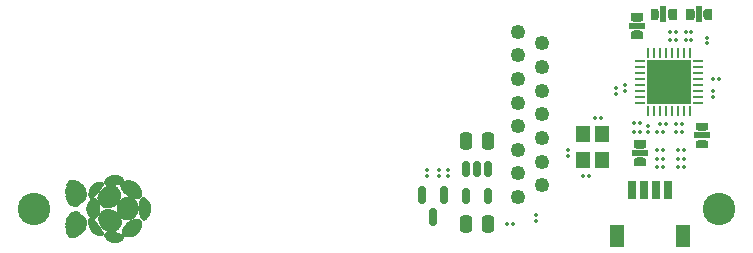
<source format=gbr>
%TF.GenerationSoftware,KiCad,Pcbnew,(6.0.5-0)*%
%TF.CreationDate,2025-05-14T10:57:03-04:00*%
%TF.ProjectId,SDTV2CSI,53445456-3243-4534-992e-6b696361645f,rev?*%
%TF.SameCoordinates,Original*%
%TF.FileFunction,Soldermask,Top*%
%TF.FilePolarity,Negative*%
%FSLAX46Y46*%
G04 Gerber Fmt 4.6, Leading zero omitted, Abs format (unit mm)*
G04 Created by KiCad (PCBNEW (6.0.5-0)) date 2025-05-14 10:57:03*
%MOMM*%
%LPD*%
G01*
G04 APERTURE LIST*
G04 Aperture macros list*
%AMRoundRect*
0 Rectangle with rounded corners*
0 $1 Rounding radius*
0 $2 $3 $4 $5 $6 $7 $8 $9 X,Y pos of 4 corners*
0 Add a 4 corners polygon primitive as box body*
4,1,4,$2,$3,$4,$5,$6,$7,$8,$9,$2,$3,0*
0 Add four circle primitives for the rounded corners*
1,1,$1+$1,$2,$3*
1,1,$1+$1,$4,$5*
1,1,$1+$1,$6,$7*
1,1,$1+$1,$8,$9*
0 Add four rect primitives between the rounded corners*
20,1,$1+$1,$2,$3,$4,$5,0*
20,1,$1+$1,$4,$5,$6,$7,0*
20,1,$1+$1,$6,$7,$8,$9,0*
20,1,$1+$1,$8,$9,$2,$3,0*%
G04 Aperture macros list end*
%ADD10C,0.228000*%
%ADD11C,0.010000*%
%ADD12RoundRect,0.057000X-0.115500X-0.093000X0.115500X-0.093000X0.115500X0.093000X-0.115500X0.093000X0*%
%ADD13RoundRect,0.057000X0.093000X-0.115500X0.093000X0.115500X-0.093000X0.115500X-0.093000X-0.115500X0*%
%ADD14RoundRect,0.057000X0.115500X0.093000X-0.115500X0.093000X-0.115500X-0.093000X0.115500X-0.093000X0*%
%ADD15RoundRect,0.250000X-0.250000X-0.475000X0.250000X-0.475000X0.250000X0.475000X-0.250000X0.475000X0*%
%ADD16RoundRect,0.102000X-0.150000X-0.600000X0.150000X-0.600000X0.150000X0.600000X-0.150000X0.600000X0*%
%ADD17RoundRect,0.150000X-0.150000X0.512500X-0.150000X-0.512500X0.150000X-0.512500X0.150000X0.512500X0*%
%ADD18RoundRect,0.057000X-0.093000X0.115500X-0.093000X-0.115500X0.093000X-0.115500X0.093000X0.115500X0*%
%ADD19RoundRect,0.102000X-0.600000X0.150000X-0.600000X-0.150000X0.600000X-0.150000X0.600000X0.150000X0*%
%ADD20RoundRect,0.102000X0.600000X-0.150000X0.600000X0.150000X-0.600000X0.150000X-0.600000X-0.150000X0*%
%ADD21R,0.660400X1.549400*%
%ADD22R,1.295400X1.905000*%
%ADD23RoundRect,0.102000X0.150000X0.600000X-0.150000X0.600000X-0.150000X-0.600000X0.150000X-0.600000X0*%
%ADD24R,0.254000X0.812800*%
%ADD25R,0.812800X0.254000*%
%ADD26R,3.759200X3.759200*%
%ADD27RoundRect,0.150000X-0.150000X0.587500X-0.150000X-0.587500X0.150000X-0.587500X0.150000X0.587500X0*%
%ADD28R,1.200000X1.400000*%
%ADD29C,2.750000*%
%ADD30C,1.250000*%
G04 APERTURE END LIST*
D10*
G36*
X22165903Y-67108957D02*
G01*
X22174692Y-67111944D01*
X22183086Y-67115318D01*
X22191108Y-67119051D01*
X22198779Y-67123115D01*
X22206124Y-67127482D01*
X22213165Y-67132126D01*
X22219925Y-67137019D01*
X22226428Y-67142132D01*
X22232695Y-67147438D01*
X22244619Y-67158521D01*
X22255879Y-67170046D01*
X22266661Y-67181791D01*
X22287526Y-67205061D01*
X22297976Y-67216144D01*
X22308685Y-67226563D01*
X22314193Y-67231456D01*
X22319835Y-67236100D01*
X22325633Y-67240467D01*
X22331611Y-67244531D01*
X22337791Y-67248264D01*
X22344197Y-67251637D01*
X22350851Y-67254624D01*
X22357777Y-67257197D01*
X22362201Y-67254769D01*
X22366068Y-67252202D01*
X22369410Y-67249506D01*
X22372259Y-67246691D01*
X22374649Y-67243766D01*
X22376610Y-67240739D01*
X22378176Y-67237620D01*
X22379378Y-67234418D01*
X22380248Y-67231143D01*
X22380820Y-67227803D01*
X22381124Y-67224408D01*
X22381194Y-67220967D01*
X22381062Y-67217489D01*
X22380759Y-67213984D01*
X22379771Y-67206927D01*
X22377169Y-67192886D01*
X22376070Y-67186050D01*
X22375450Y-67179435D01*
X22375401Y-67176233D01*
X22375567Y-67173114D01*
X22375982Y-67170087D01*
X22376678Y-67167162D01*
X22377686Y-67164346D01*
X22379040Y-67161651D01*
X22380772Y-67159084D01*
X22382912Y-67156656D01*
X22389910Y-67159229D01*
X22396769Y-67162222D01*
X22403499Y-67165610D01*
X22410110Y-67169371D01*
X22416610Y-67173481D01*
X22423009Y-67177919D01*
X22429316Y-67182660D01*
X22435540Y-67187682D01*
X22447776Y-67198477D01*
X22459792Y-67210118D01*
X22471660Y-67222422D01*
X22483454Y-67235204D01*
X22507117Y-67261469D01*
X22519132Y-67274582D01*
X22531369Y-67287439D01*
X22543899Y-67299853D01*
X22556799Y-67311641D01*
X22570139Y-67322620D01*
X22576999Y-67327748D01*
X22583996Y-67332604D01*
X22588491Y-67330247D01*
X22592563Y-67327891D01*
X22596229Y-67325534D01*
X22599509Y-67323178D01*
X22602421Y-67320822D01*
X22604983Y-67318465D01*
X22607214Y-67316109D01*
X22609131Y-67313752D01*
X22610754Y-67311396D01*
X22612101Y-67309039D01*
X22613191Y-67306683D01*
X22614040Y-67304326D01*
X22614669Y-67301970D01*
X22615096Y-67299613D01*
X22615338Y-67297257D01*
X22615415Y-67294901D01*
X22609131Y-67257198D01*
X22785079Y-67433146D01*
X22835350Y-67357740D01*
X22842274Y-67362597D01*
X22848918Y-67367736D01*
X22855295Y-67373141D01*
X22861418Y-67378800D01*
X22867302Y-67384698D01*
X22872961Y-67390822D01*
X22883657Y-67403690D01*
X22893617Y-67417294D01*
X22902951Y-67431525D01*
X22911769Y-67446271D01*
X22920182Y-67461422D01*
X22936235Y-67492498D01*
X22951994Y-67523868D01*
X22960039Y-67539387D01*
X22968342Y-67554649D01*
X22977013Y-67569542D01*
X22986162Y-67583957D01*
X22988446Y-67581601D01*
X22990587Y-67579244D01*
X22992590Y-67576888D01*
X22994459Y-67574532D01*
X22996200Y-67572175D01*
X22997816Y-67569819D01*
X23000694Y-67565106D01*
X23003130Y-67560393D01*
X23005161Y-67555680D01*
X23006824Y-67550967D01*
X23008156Y-67546254D01*
X23009193Y-67541541D01*
X23009972Y-67536828D01*
X23010531Y-67532115D01*
X23010905Y-67527403D01*
X23011132Y-67522690D01*
X23011249Y-67517977D01*
X23011298Y-67508551D01*
X23018150Y-67515693D01*
X23024584Y-67522978D01*
X23030621Y-67530401D01*
X23036286Y-67537958D01*
X23046589Y-67553452D01*
X23055678Y-67569426D01*
X23063735Y-67585841D01*
X23070945Y-67602662D01*
X23077493Y-67619850D01*
X23083562Y-67637370D01*
X23106734Y-67710027D01*
X23113171Y-67728652D01*
X23120234Y-67747387D01*
X23128108Y-67766195D01*
X23136975Y-67785041D01*
X23187246Y-67759906D01*
X23191742Y-67767119D01*
X23195819Y-67774609D01*
X23199500Y-67782356D01*
X23202808Y-67790343D01*
X23208398Y-67806961D01*
X23212774Y-67824315D01*
X23216118Y-67842258D01*
X23218616Y-67860643D01*
X23220451Y-67879323D01*
X23221807Y-67898150D01*
X23226127Y-67971985D01*
X23227851Y-67989340D01*
X23230202Y-68005958D01*
X23233362Y-68021692D01*
X23237516Y-68036395D01*
X23312923Y-68036395D01*
X23317059Y-68055253D01*
X23320090Y-68074148D01*
X23322091Y-68093116D01*
X23323134Y-68112194D01*
X23323294Y-68131420D01*
X23322643Y-68150830D01*
X23321256Y-68170461D01*
X23319207Y-68190350D01*
X23316568Y-68210533D01*
X23313414Y-68231047D01*
X23305853Y-68273218D01*
X23287787Y-68363156D01*
X23277754Y-68404970D01*
X23266432Y-68445533D01*
X23253711Y-68484770D01*
X23239480Y-68522608D01*
X23223629Y-68558973D01*
X23206048Y-68593792D01*
X23186626Y-68626991D01*
X23165252Y-68658496D01*
X23141817Y-68688234D01*
X23116209Y-68716131D01*
X23088318Y-68742113D01*
X23058034Y-68766107D01*
X23025246Y-68788039D01*
X22989844Y-68807836D01*
X22951718Y-68825423D01*
X22910756Y-68840728D01*
X22850931Y-68783308D01*
X22793867Y-68724231D01*
X22739380Y-68663608D01*
X22687286Y-68601549D01*
X22637402Y-68538164D01*
X22589543Y-68473564D01*
X22543525Y-68407860D01*
X22499164Y-68341161D01*
X22456275Y-68273579D01*
X22414675Y-68205224D01*
X22334605Y-68066635D01*
X22257481Y-67926280D01*
X22181829Y-67785040D01*
X22240740Y-67942971D01*
X22304364Y-68096484D01*
X22372701Y-68245873D01*
X22445751Y-68391432D01*
X22523514Y-68533457D01*
X22605989Y-68672242D01*
X22693178Y-68808081D01*
X22785079Y-68941270D01*
X22780147Y-68955188D01*
X22774782Y-68968663D01*
X22768993Y-68981698D01*
X22762791Y-68994290D01*
X22756183Y-69006440D01*
X22749180Y-69018149D01*
X22741790Y-69029416D01*
X22734023Y-69040240D01*
X22725887Y-69050624D01*
X22717393Y-69060565D01*
X22708548Y-69070064D01*
X22699363Y-69079122D01*
X22689847Y-69087737D01*
X22680009Y-69095911D01*
X22669857Y-69103643D01*
X22659402Y-69110934D01*
X22648652Y-69117782D01*
X22637617Y-69124189D01*
X22626306Y-69130153D01*
X22614728Y-69135676D01*
X22602892Y-69140757D01*
X22590807Y-69145397D01*
X22578484Y-69149594D01*
X22565930Y-69153350D01*
X22553155Y-69156663D01*
X22540168Y-69159535D01*
X22526979Y-69161965D01*
X22513597Y-69163954D01*
X22500030Y-69165500D01*
X22486289Y-69166605D01*
X22458319Y-69167488D01*
X22424211Y-69165758D01*
X22388116Y-69160713D01*
X22350401Y-69152576D01*
X22311433Y-69141567D01*
X22271583Y-69127907D01*
X22231216Y-69111817D01*
X22190702Y-69093518D01*
X22150410Y-69073230D01*
X22110706Y-69051176D01*
X22071960Y-69027574D01*
X22034539Y-69002648D01*
X21998812Y-68976616D01*
X21965146Y-68949701D01*
X21933911Y-68922123D01*
X21905474Y-68894104D01*
X21880204Y-68865863D01*
X21955610Y-68815592D01*
X21945626Y-68801736D01*
X21934648Y-68788395D01*
X21922859Y-68775496D01*
X21910445Y-68762965D01*
X21897589Y-68750729D01*
X21884475Y-68738713D01*
X21858210Y-68715050D01*
X21845428Y-68703256D01*
X21833124Y-68691388D01*
X21821483Y-68679372D01*
X21810689Y-68667136D01*
X21800926Y-68654605D01*
X21796488Y-68648206D01*
X21792377Y-68641706D01*
X21788616Y-68635096D01*
X21785228Y-68628365D01*
X21782236Y-68621506D01*
X21779662Y-68614509D01*
X21782090Y-68612296D01*
X21784651Y-68610355D01*
X21787332Y-68608662D01*
X21790119Y-68607194D01*
X21792998Y-68605929D01*
X21795955Y-68604844D01*
X21802049Y-68603120D01*
X21808289Y-68601837D01*
X21814567Y-68600812D01*
X21826791Y-68598799D01*
X21832517Y-68597443D01*
X21835234Y-68596597D01*
X21837837Y-68595608D01*
X21840311Y-68594454D01*
X21842642Y-68593111D01*
X21844817Y-68591556D01*
X21846821Y-68589766D01*
X21848641Y-68587719D01*
X21850264Y-68585391D01*
X21851674Y-68582759D01*
X21852859Y-68579800D01*
X21853805Y-68576492D01*
X21854498Y-68572811D01*
X21854924Y-68568734D01*
X21855069Y-68564238D01*
X21852568Y-68559524D01*
X21849791Y-68554806D01*
X21843483Y-68545337D01*
X21836291Y-68535795D01*
X21828362Y-68526142D01*
X21819845Y-68516342D01*
X21810885Y-68506358D01*
X21792230Y-68485690D01*
X21782829Y-68474932D01*
X21773575Y-68463843D01*
X21764615Y-68452386D01*
X21756098Y-68440524D01*
X21752051Y-68434430D01*
X21748169Y-68428221D01*
X21744472Y-68421891D01*
X21740977Y-68415438D01*
X21737703Y-68408856D01*
X21734669Y-68402140D01*
X21731892Y-68395286D01*
X21729391Y-68388290D01*
X21731748Y-68386077D01*
X21734104Y-68384135D01*
X21736461Y-68382442D01*
X21738817Y-68380975D01*
X21741174Y-68379710D01*
X21743530Y-68378625D01*
X21745887Y-68377696D01*
X21748243Y-68376900D01*
X21752956Y-68375618D01*
X21757669Y-68374593D01*
X21762382Y-68373642D01*
X21767095Y-68372580D01*
X21771807Y-68371224D01*
X21774164Y-68370378D01*
X21776520Y-68369389D01*
X21778877Y-68368235D01*
X21781233Y-68366891D01*
X21783590Y-68365337D01*
X21785946Y-68363547D01*
X21788303Y-68361500D01*
X21790659Y-68359172D01*
X21793015Y-68356540D01*
X21795372Y-68353581D01*
X21797728Y-68350273D01*
X21800085Y-68346591D01*
X21802441Y-68342514D01*
X21804798Y-68338019D01*
X21804581Y-68331021D01*
X21803945Y-68324156D01*
X21802913Y-68317412D01*
X21801509Y-68310773D01*
X21799754Y-68304226D01*
X21797673Y-68297757D01*
X21795288Y-68291353D01*
X21792623Y-68284999D01*
X21786542Y-68272389D01*
X21779613Y-68259815D01*
X21772022Y-68247167D01*
X21763953Y-68234336D01*
X21747114Y-68207679D01*
X21738713Y-68193632D01*
X21730570Y-68178960D01*
X21722869Y-68163551D01*
X21719241Y-68155536D01*
X21715793Y-68147295D01*
X21712548Y-68138815D01*
X21709528Y-68130082D01*
X21706756Y-68121082D01*
X21704256Y-68111801D01*
X21706614Y-68111872D01*
X21708975Y-68112077D01*
X21711346Y-68112402D01*
X21713731Y-68112832D01*
X21718561Y-68113955D01*
X21723501Y-68115336D01*
X21733859Y-68118429D01*
X21739351Y-68119920D01*
X21745101Y-68121227D01*
X21751146Y-68122240D01*
X21754290Y-68122601D01*
X21757522Y-68122847D01*
X21760846Y-68122964D01*
X21764266Y-68122939D01*
X21767788Y-68122757D01*
X21771415Y-68122405D01*
X21775153Y-68121869D01*
X21779006Y-68121135D01*
X21782979Y-68120189D01*
X21787076Y-68119018D01*
X21791301Y-68117607D01*
X21795661Y-68115943D01*
X21800158Y-68114013D01*
X21804798Y-68111801D01*
X21786045Y-68083475D01*
X21767880Y-68054854D01*
X21759203Y-68040341D01*
X21750894Y-68025644D01*
X21743027Y-68010725D01*
X21735676Y-67995550D01*
X21728913Y-67980079D01*
X21722813Y-67964278D01*
X21717450Y-67948108D01*
X21712897Y-67931533D01*
X21709227Y-67914516D01*
X21706515Y-67897021D01*
X21704833Y-67879010D01*
X21704256Y-67860447D01*
X21706614Y-67860590D01*
X21708975Y-67861005D01*
X21711346Y-67861669D01*
X21713731Y-67862558D01*
X21716134Y-67863650D01*
X21718561Y-67864921D01*
X21723501Y-67867909D01*
X21728588Y-67871340D01*
X21733859Y-67875028D01*
X21739351Y-67878789D01*
X21745101Y-67882441D01*
X21748085Y-67884167D01*
X21751146Y-67885797D01*
X21754290Y-67887308D01*
X21757522Y-67888675D01*
X21760846Y-67889877D01*
X21764266Y-67890891D01*
X21767788Y-67891692D01*
X21771415Y-67892259D01*
X21775153Y-67892568D01*
X21779006Y-67892597D01*
X21782979Y-67892321D01*
X21787076Y-67891719D01*
X21791301Y-67890767D01*
X21795661Y-67889442D01*
X21800158Y-67887722D01*
X21804798Y-67885582D01*
X21804233Y-67871438D01*
X21802638Y-67857256D01*
X21800159Y-67843001D01*
X21796943Y-67828635D01*
X21793139Y-67814122D01*
X21788892Y-67799425D01*
X21779663Y-67769331D01*
X21770433Y-67738059D01*
X21766187Y-67721889D01*
X21762382Y-67705314D01*
X21759166Y-67688298D01*
X21756687Y-67670802D01*
X21755092Y-67652791D01*
X21754527Y-67634228D01*
X21756884Y-67634300D01*
X21759246Y-67634504D01*
X21761617Y-67634829D01*
X21764002Y-67635259D01*
X21768832Y-67636382D01*
X21773771Y-67637763D01*
X21784130Y-67640856D01*
X21789622Y-67642347D01*
X21795372Y-67643654D01*
X21801417Y-67644667D01*
X21804561Y-67645028D01*
X21807793Y-67645274D01*
X21811116Y-67645392D01*
X21814537Y-67645366D01*
X21818058Y-67645185D01*
X21821686Y-67644832D01*
X21825424Y-67644296D01*
X21829277Y-67643562D01*
X21833249Y-67642616D01*
X21837346Y-67641445D01*
X21841572Y-67640034D01*
X21845931Y-67638371D01*
X21850429Y-67636440D01*
X21855069Y-67634228D01*
X21845741Y-67596525D01*
X21837003Y-67558822D01*
X21829442Y-67521119D01*
X21826288Y-67502268D01*
X21823650Y-67483416D01*
X21821600Y-67464564D01*
X21820213Y-67445713D01*
X21819563Y-67426861D01*
X21819722Y-67408010D01*
X21820765Y-67389158D01*
X21822766Y-67370307D01*
X21825797Y-67351455D01*
X21829933Y-67332603D01*
X21905340Y-67357739D01*
X21930475Y-67106385D01*
X21937472Y-67108884D01*
X21944331Y-67111656D01*
X21951062Y-67114676D01*
X21957672Y-67117921D01*
X21970571Y-67124997D01*
X21983102Y-67132698D01*
X21995339Y-67140842D01*
X22007354Y-67149243D01*
X22031017Y-67166081D01*
X22042811Y-67174151D01*
X22054679Y-67181742D01*
X22066695Y-67188670D01*
X22078931Y-67194751D01*
X22085155Y-67197417D01*
X22091462Y-67199802D01*
X22097861Y-67201883D01*
X22104361Y-67203637D01*
X22110972Y-67205041D01*
X22117702Y-67206073D01*
X22124561Y-67206709D01*
X22131558Y-67206926D01*
X22156694Y-67106385D01*
X22165903Y-67108957D01*
G37*
X22165903Y-67108957D02*
X22174692Y-67111944D01*
X22183086Y-67115318D01*
X22191108Y-67119051D01*
X22198779Y-67123115D01*
X22206124Y-67127482D01*
X22213165Y-67132126D01*
X22219925Y-67137019D01*
X22226428Y-67142132D01*
X22232695Y-67147438D01*
X22244619Y-67158521D01*
X22255879Y-67170046D01*
X22266661Y-67181791D01*
X22287526Y-67205061D01*
X22297976Y-67216144D01*
X22308685Y-67226563D01*
X22314193Y-67231456D01*
X22319835Y-67236100D01*
X22325633Y-67240467D01*
X22331611Y-67244531D01*
X22337791Y-67248264D01*
X22344197Y-67251637D01*
X22350851Y-67254624D01*
X22357777Y-67257197D01*
X22362201Y-67254769D01*
X22366068Y-67252202D01*
X22369410Y-67249506D01*
X22372259Y-67246691D01*
X22374649Y-67243766D01*
X22376610Y-67240739D01*
X22378176Y-67237620D01*
X22379378Y-67234418D01*
X22380248Y-67231143D01*
X22380820Y-67227803D01*
X22381124Y-67224408D01*
X22381194Y-67220967D01*
X22381062Y-67217489D01*
X22380759Y-67213984D01*
X22379771Y-67206927D01*
X22377169Y-67192886D01*
X22376070Y-67186050D01*
X22375450Y-67179435D01*
X22375401Y-67176233D01*
X22375567Y-67173114D01*
X22375982Y-67170087D01*
X22376678Y-67167162D01*
X22377686Y-67164346D01*
X22379040Y-67161651D01*
X22380772Y-67159084D01*
X22382912Y-67156656D01*
X22389910Y-67159229D01*
X22396769Y-67162222D01*
X22403499Y-67165610D01*
X22410110Y-67169371D01*
X22416610Y-67173481D01*
X22423009Y-67177919D01*
X22429316Y-67182660D01*
X22435540Y-67187682D01*
X22447776Y-67198477D01*
X22459792Y-67210118D01*
X22471660Y-67222422D01*
X22483454Y-67235204D01*
X22507117Y-67261469D01*
X22519132Y-67274582D01*
X22531369Y-67287439D01*
X22543899Y-67299853D01*
X22556799Y-67311641D01*
X22570139Y-67322620D01*
X22576999Y-67327748D01*
X22583996Y-67332604D01*
X22588491Y-67330247D01*
X22592563Y-67327891D01*
X22596229Y-67325534D01*
X22599509Y-67323178D01*
X22602421Y-67320822D01*
X22604983Y-67318465D01*
X22607214Y-67316109D01*
X22609131Y-67313752D01*
X22610754Y-67311396D01*
X22612101Y-67309039D01*
X22613191Y-67306683D01*
X22614040Y-67304326D01*
X22614669Y-67301970D01*
X22615096Y-67299613D01*
X22615338Y-67297257D01*
X22615415Y-67294901D01*
X22609131Y-67257198D01*
X22785079Y-67433146D01*
X22835350Y-67357740D01*
X22842274Y-67362597D01*
X22848918Y-67367736D01*
X22855295Y-67373141D01*
X22861418Y-67378800D01*
X22867302Y-67384698D01*
X22872961Y-67390822D01*
X22883657Y-67403690D01*
X22893617Y-67417294D01*
X22902951Y-67431525D01*
X22911769Y-67446271D01*
X22920182Y-67461422D01*
X22936235Y-67492498D01*
X22951994Y-67523868D01*
X22960039Y-67539387D01*
X22968342Y-67554649D01*
X22977013Y-67569542D01*
X22986162Y-67583957D01*
X22988446Y-67581601D01*
X22990587Y-67579244D01*
X22992590Y-67576888D01*
X22994459Y-67574532D01*
X22996200Y-67572175D01*
X22997816Y-67569819D01*
X23000694Y-67565106D01*
X23003130Y-67560393D01*
X23005161Y-67555680D01*
X23006824Y-67550967D01*
X23008156Y-67546254D01*
X23009193Y-67541541D01*
X23009972Y-67536828D01*
X23010531Y-67532115D01*
X23010905Y-67527403D01*
X23011132Y-67522690D01*
X23011249Y-67517977D01*
X23011298Y-67508551D01*
X23018150Y-67515693D01*
X23024584Y-67522978D01*
X23030621Y-67530401D01*
X23036286Y-67537958D01*
X23046589Y-67553452D01*
X23055678Y-67569426D01*
X23063735Y-67585841D01*
X23070945Y-67602662D01*
X23077493Y-67619850D01*
X23083562Y-67637370D01*
X23106734Y-67710027D01*
X23113171Y-67728652D01*
X23120234Y-67747387D01*
X23128108Y-67766195D01*
X23136975Y-67785041D01*
X23187246Y-67759906D01*
X23191742Y-67767119D01*
X23195819Y-67774609D01*
X23199500Y-67782356D01*
X23202808Y-67790343D01*
X23208398Y-67806961D01*
X23212774Y-67824315D01*
X23216118Y-67842258D01*
X23218616Y-67860643D01*
X23220451Y-67879323D01*
X23221807Y-67898150D01*
X23226127Y-67971985D01*
X23227851Y-67989340D01*
X23230202Y-68005958D01*
X23233362Y-68021692D01*
X23237516Y-68036395D01*
X23312923Y-68036395D01*
X23317059Y-68055253D01*
X23320090Y-68074148D01*
X23322091Y-68093116D01*
X23323134Y-68112194D01*
X23323294Y-68131420D01*
X23322643Y-68150830D01*
X23321256Y-68170461D01*
X23319207Y-68190350D01*
X23316568Y-68210533D01*
X23313414Y-68231047D01*
X23305853Y-68273218D01*
X23287787Y-68363156D01*
X23277754Y-68404970D01*
X23266432Y-68445533D01*
X23253711Y-68484770D01*
X23239480Y-68522608D01*
X23223629Y-68558973D01*
X23206048Y-68593792D01*
X23186626Y-68626991D01*
X23165252Y-68658496D01*
X23141817Y-68688234D01*
X23116209Y-68716131D01*
X23088318Y-68742113D01*
X23058034Y-68766107D01*
X23025246Y-68788039D01*
X22989844Y-68807836D01*
X22951718Y-68825423D01*
X22910756Y-68840728D01*
X22850931Y-68783308D01*
X22793867Y-68724231D01*
X22739380Y-68663608D01*
X22687286Y-68601549D01*
X22637402Y-68538164D01*
X22589543Y-68473564D01*
X22543525Y-68407860D01*
X22499164Y-68341161D01*
X22456275Y-68273579D01*
X22414675Y-68205224D01*
X22334605Y-68066635D01*
X22257481Y-67926280D01*
X22181829Y-67785040D01*
X22240740Y-67942971D01*
X22304364Y-68096484D01*
X22372701Y-68245873D01*
X22445751Y-68391432D01*
X22523514Y-68533457D01*
X22605989Y-68672242D01*
X22693178Y-68808081D01*
X22785079Y-68941270D01*
X22780147Y-68955188D01*
X22774782Y-68968663D01*
X22768993Y-68981698D01*
X22762791Y-68994290D01*
X22756183Y-69006440D01*
X22749180Y-69018149D01*
X22741790Y-69029416D01*
X22734023Y-69040240D01*
X22725887Y-69050624D01*
X22717393Y-69060565D01*
X22708548Y-69070064D01*
X22699363Y-69079122D01*
X22689847Y-69087737D01*
X22680009Y-69095911D01*
X22669857Y-69103643D01*
X22659402Y-69110934D01*
X22648652Y-69117782D01*
X22637617Y-69124189D01*
X22626306Y-69130153D01*
X22614728Y-69135676D01*
X22602892Y-69140757D01*
X22590807Y-69145397D01*
X22578484Y-69149594D01*
X22565930Y-69153350D01*
X22553155Y-69156663D01*
X22540168Y-69159535D01*
X22526979Y-69161965D01*
X22513597Y-69163954D01*
X22500030Y-69165500D01*
X22486289Y-69166605D01*
X22458319Y-69167488D01*
X22424211Y-69165758D01*
X22388116Y-69160713D01*
X22350401Y-69152576D01*
X22311433Y-69141567D01*
X22271583Y-69127907D01*
X22231216Y-69111817D01*
X22190702Y-69093518D01*
X22150410Y-69073230D01*
X22110706Y-69051176D01*
X22071960Y-69027574D01*
X22034539Y-69002648D01*
X21998812Y-68976616D01*
X21965146Y-68949701D01*
X21933911Y-68922123D01*
X21905474Y-68894104D01*
X21880204Y-68865863D01*
X21955610Y-68815592D01*
X21945626Y-68801736D01*
X21934648Y-68788395D01*
X21922859Y-68775496D01*
X21910445Y-68762965D01*
X21897589Y-68750729D01*
X21884475Y-68738713D01*
X21858210Y-68715050D01*
X21845428Y-68703256D01*
X21833124Y-68691388D01*
X21821483Y-68679372D01*
X21810689Y-68667136D01*
X21800926Y-68654605D01*
X21796488Y-68648206D01*
X21792377Y-68641706D01*
X21788616Y-68635096D01*
X21785228Y-68628365D01*
X21782236Y-68621506D01*
X21779662Y-68614509D01*
X21782090Y-68612296D01*
X21784651Y-68610355D01*
X21787332Y-68608662D01*
X21790119Y-68607194D01*
X21792998Y-68605929D01*
X21795955Y-68604844D01*
X21802049Y-68603120D01*
X21808289Y-68601837D01*
X21814567Y-68600812D01*
X21826791Y-68598799D01*
X21832517Y-68597443D01*
X21835234Y-68596597D01*
X21837837Y-68595608D01*
X21840311Y-68594454D01*
X21842642Y-68593111D01*
X21844817Y-68591556D01*
X21846821Y-68589766D01*
X21848641Y-68587719D01*
X21850264Y-68585391D01*
X21851674Y-68582759D01*
X21852859Y-68579800D01*
X21853805Y-68576492D01*
X21854498Y-68572811D01*
X21854924Y-68568734D01*
X21855069Y-68564238D01*
X21852568Y-68559524D01*
X21849791Y-68554806D01*
X21843483Y-68545337D01*
X21836291Y-68535795D01*
X21828362Y-68526142D01*
X21819845Y-68516342D01*
X21810885Y-68506358D01*
X21792230Y-68485690D01*
X21782829Y-68474932D01*
X21773575Y-68463843D01*
X21764615Y-68452386D01*
X21756098Y-68440524D01*
X21752051Y-68434430D01*
X21748169Y-68428221D01*
X21744472Y-68421891D01*
X21740977Y-68415438D01*
X21737703Y-68408856D01*
X21734669Y-68402140D01*
X21731892Y-68395286D01*
X21729391Y-68388290D01*
X21731748Y-68386077D01*
X21734104Y-68384135D01*
X21736461Y-68382442D01*
X21738817Y-68380975D01*
X21741174Y-68379710D01*
X21743530Y-68378625D01*
X21745887Y-68377696D01*
X21748243Y-68376900D01*
X21752956Y-68375618D01*
X21757669Y-68374593D01*
X21762382Y-68373642D01*
X21767095Y-68372580D01*
X21771807Y-68371224D01*
X21774164Y-68370378D01*
X21776520Y-68369389D01*
X21778877Y-68368235D01*
X21781233Y-68366891D01*
X21783590Y-68365337D01*
X21785946Y-68363547D01*
X21788303Y-68361500D01*
X21790659Y-68359172D01*
X21793015Y-68356540D01*
X21795372Y-68353581D01*
X21797728Y-68350273D01*
X21800085Y-68346591D01*
X21802441Y-68342514D01*
X21804798Y-68338019D01*
X21804581Y-68331021D01*
X21803945Y-68324156D01*
X21802913Y-68317412D01*
X21801509Y-68310773D01*
X21799754Y-68304226D01*
X21797673Y-68297757D01*
X21795288Y-68291353D01*
X21792623Y-68284999D01*
X21786542Y-68272389D01*
X21779613Y-68259815D01*
X21772022Y-68247167D01*
X21763953Y-68234336D01*
X21747114Y-68207679D01*
X21738713Y-68193632D01*
X21730570Y-68178960D01*
X21722869Y-68163551D01*
X21719241Y-68155536D01*
X21715793Y-68147295D01*
X21712548Y-68138815D01*
X21709528Y-68130082D01*
X21706756Y-68121082D01*
X21704256Y-68111801D01*
X21706614Y-68111872D01*
X21708975Y-68112077D01*
X21711346Y-68112402D01*
X21713731Y-68112832D01*
X21718561Y-68113955D01*
X21723501Y-68115336D01*
X21733859Y-68118429D01*
X21739351Y-68119920D01*
X21745101Y-68121227D01*
X21751146Y-68122240D01*
X21754290Y-68122601D01*
X21757522Y-68122847D01*
X21760846Y-68122964D01*
X21764266Y-68122939D01*
X21767788Y-68122757D01*
X21771415Y-68122405D01*
X21775153Y-68121869D01*
X21779006Y-68121135D01*
X21782979Y-68120189D01*
X21787076Y-68119018D01*
X21791301Y-68117607D01*
X21795661Y-68115943D01*
X21800158Y-68114013D01*
X21804798Y-68111801D01*
X21786045Y-68083475D01*
X21767880Y-68054854D01*
X21759203Y-68040341D01*
X21750894Y-68025644D01*
X21743027Y-68010725D01*
X21735676Y-67995550D01*
X21728913Y-67980079D01*
X21722813Y-67964278D01*
X21717450Y-67948108D01*
X21712897Y-67931533D01*
X21709227Y-67914516D01*
X21706515Y-67897021D01*
X21704833Y-67879010D01*
X21704256Y-67860447D01*
X21706614Y-67860590D01*
X21708975Y-67861005D01*
X21711346Y-67861669D01*
X21713731Y-67862558D01*
X21716134Y-67863650D01*
X21718561Y-67864921D01*
X21723501Y-67867909D01*
X21728588Y-67871340D01*
X21733859Y-67875028D01*
X21739351Y-67878789D01*
X21745101Y-67882441D01*
X21748085Y-67884167D01*
X21751146Y-67885797D01*
X21754290Y-67887308D01*
X21757522Y-67888675D01*
X21760846Y-67889877D01*
X21764266Y-67890891D01*
X21767788Y-67891692D01*
X21771415Y-67892259D01*
X21775153Y-67892568D01*
X21779006Y-67892597D01*
X21782979Y-67892321D01*
X21787076Y-67891719D01*
X21791301Y-67890767D01*
X21795661Y-67889442D01*
X21800158Y-67887722D01*
X21804798Y-67885582D01*
X21804233Y-67871438D01*
X21802638Y-67857256D01*
X21800159Y-67843001D01*
X21796943Y-67828635D01*
X21793139Y-67814122D01*
X21788892Y-67799425D01*
X21779663Y-67769331D01*
X21770433Y-67738059D01*
X21766187Y-67721889D01*
X21762382Y-67705314D01*
X21759166Y-67688298D01*
X21756687Y-67670802D01*
X21755092Y-67652791D01*
X21754527Y-67634228D01*
X21756884Y-67634300D01*
X21759246Y-67634504D01*
X21761617Y-67634829D01*
X21764002Y-67635259D01*
X21768832Y-67636382D01*
X21773771Y-67637763D01*
X21784130Y-67640856D01*
X21789622Y-67642347D01*
X21795372Y-67643654D01*
X21801417Y-67644667D01*
X21804561Y-67645028D01*
X21807793Y-67645274D01*
X21811116Y-67645392D01*
X21814537Y-67645366D01*
X21818058Y-67645185D01*
X21821686Y-67644832D01*
X21825424Y-67644296D01*
X21829277Y-67643562D01*
X21833249Y-67642616D01*
X21837346Y-67641445D01*
X21841572Y-67640034D01*
X21845931Y-67638371D01*
X21850429Y-67636440D01*
X21855069Y-67634228D01*
X21845741Y-67596525D01*
X21837003Y-67558822D01*
X21829442Y-67521119D01*
X21826288Y-67502268D01*
X21823650Y-67483416D01*
X21821600Y-67464564D01*
X21820213Y-67445713D01*
X21819563Y-67426861D01*
X21819722Y-67408010D01*
X21820765Y-67389158D01*
X21822766Y-67370307D01*
X21825797Y-67351455D01*
X21829933Y-67332603D01*
X21905340Y-67357739D01*
X21930475Y-67106385D01*
X21937472Y-67108884D01*
X21944331Y-67111656D01*
X21951062Y-67114676D01*
X21957672Y-67117921D01*
X21970571Y-67124997D01*
X21983102Y-67132698D01*
X21995339Y-67140842D01*
X22007354Y-67149243D01*
X22031017Y-67166081D01*
X22042811Y-67174151D01*
X22054679Y-67181742D01*
X22066695Y-67188670D01*
X22078931Y-67194751D01*
X22085155Y-67197417D01*
X22091462Y-67199802D01*
X22097861Y-67201883D01*
X22104361Y-67203637D01*
X22110972Y-67205041D01*
X22117702Y-67206073D01*
X22124561Y-67206709D01*
X22131558Y-67206926D01*
X22156694Y-67106385D01*
X22165903Y-67108957D01*
G36*
X24603018Y-67288210D02*
G01*
X24628163Y-67289549D01*
X24652554Y-67292121D01*
X24676120Y-67295949D01*
X24698794Y-67301057D01*
X24720506Y-67307467D01*
X24722716Y-67312253D01*
X24724636Y-67317176D01*
X24726271Y-67322228D01*
X24727625Y-67327399D01*
X24728702Y-67332681D01*
X24729509Y-67338065D01*
X24730048Y-67343540D01*
X24730325Y-67349098D01*
X24730344Y-67354730D01*
X24730110Y-67360426D01*
X24728901Y-67371975D01*
X24726735Y-67383672D01*
X24723648Y-67395442D01*
X24719678Y-67407212D01*
X24714861Y-67418908D01*
X24709233Y-67430457D01*
X24702833Y-67441785D01*
X24695696Y-67452819D01*
X24687860Y-67463484D01*
X24679361Y-67473708D01*
X24670235Y-67483416D01*
X24631403Y-67549347D01*
X24590509Y-67614984D01*
X24547848Y-67680032D01*
X24503713Y-67744196D01*
X24458401Y-67807182D01*
X24412205Y-67868695D01*
X24365420Y-67928440D01*
X24318340Y-67986124D01*
X24261785Y-68050976D01*
X24205230Y-68113765D01*
X24148676Y-68174787D01*
X24092121Y-68234336D01*
X23979012Y-68350195D01*
X23865902Y-68463697D01*
X23856476Y-68468686D01*
X23847051Y-68474154D01*
X23837625Y-68479990D01*
X23828199Y-68486083D01*
X23809347Y-68498602D01*
X23790496Y-68510826D01*
X23781070Y-68516551D01*
X23771644Y-68521871D01*
X23762218Y-68526676D01*
X23752793Y-68530855D01*
X23743367Y-68534298D01*
X23738654Y-68535708D01*
X23733941Y-68536894D01*
X23729228Y-68537839D01*
X23724515Y-68538532D01*
X23719802Y-68538958D01*
X23715089Y-68539103D01*
X23702154Y-68506849D01*
X23691721Y-68467231D01*
X23683940Y-68421133D01*
X23678957Y-68369439D01*
X23676920Y-68313031D01*
X23677975Y-68252795D01*
X23682271Y-68189613D01*
X23689954Y-68124368D01*
X23701172Y-68057946D01*
X23716071Y-67991229D01*
X23734800Y-67925102D01*
X23757506Y-67860447D01*
X23784335Y-67798148D01*
X23799342Y-67768159D01*
X23815435Y-67739090D01*
X23832633Y-67711052D01*
X23850953Y-67684155D01*
X23870416Y-67658510D01*
X23891037Y-67634228D01*
X23910467Y-67610962D01*
X23931005Y-67588308D01*
X23975133Y-67544929D01*
X24022870Y-67504274D01*
X24073662Y-67466528D01*
X24126958Y-67431875D01*
X24182206Y-67400498D01*
X24238852Y-67372583D01*
X24296346Y-67348313D01*
X24354134Y-67327872D01*
X24411665Y-67311444D01*
X24468385Y-67299214D01*
X24523743Y-67291365D01*
X24577186Y-67288082D01*
X24603018Y-67288210D01*
G37*
X24603018Y-67288210D02*
X24628163Y-67289549D01*
X24652554Y-67292121D01*
X24676120Y-67295949D01*
X24698794Y-67301057D01*
X24720506Y-67307467D01*
X24722716Y-67312253D01*
X24724636Y-67317176D01*
X24726271Y-67322228D01*
X24727625Y-67327399D01*
X24728702Y-67332681D01*
X24729509Y-67338065D01*
X24730048Y-67343540D01*
X24730325Y-67349098D01*
X24730344Y-67354730D01*
X24730110Y-67360426D01*
X24728901Y-67371975D01*
X24726735Y-67383672D01*
X24723648Y-67395442D01*
X24719678Y-67407212D01*
X24714861Y-67418908D01*
X24709233Y-67430457D01*
X24702833Y-67441785D01*
X24695696Y-67452819D01*
X24687860Y-67463484D01*
X24679361Y-67473708D01*
X24670235Y-67483416D01*
X24631403Y-67549347D01*
X24590509Y-67614984D01*
X24547848Y-67680032D01*
X24503713Y-67744196D01*
X24458401Y-67807182D01*
X24412205Y-67868695D01*
X24365420Y-67928440D01*
X24318340Y-67986124D01*
X24261785Y-68050976D01*
X24205230Y-68113765D01*
X24148676Y-68174787D01*
X24092121Y-68234336D01*
X23979012Y-68350195D01*
X23865902Y-68463697D01*
X23856476Y-68468686D01*
X23847051Y-68474154D01*
X23837625Y-68479990D01*
X23828199Y-68486083D01*
X23809347Y-68498602D01*
X23790496Y-68510826D01*
X23781070Y-68516551D01*
X23771644Y-68521871D01*
X23762218Y-68526676D01*
X23752793Y-68530855D01*
X23743367Y-68534298D01*
X23738654Y-68535708D01*
X23733941Y-68536894D01*
X23729228Y-68537839D01*
X23724515Y-68538532D01*
X23719802Y-68538958D01*
X23715089Y-68539103D01*
X23702154Y-68506849D01*
X23691721Y-68467231D01*
X23683940Y-68421133D01*
X23678957Y-68369439D01*
X23676920Y-68313031D01*
X23677975Y-68252795D01*
X23682271Y-68189613D01*
X23689954Y-68124368D01*
X23701172Y-68057946D01*
X23716071Y-67991229D01*
X23734800Y-67925102D01*
X23757506Y-67860447D01*
X23784335Y-67798148D01*
X23799342Y-67768159D01*
X23815435Y-67739090D01*
X23832633Y-67711052D01*
X23850953Y-67684155D01*
X23870416Y-67658510D01*
X23891037Y-67634228D01*
X23910467Y-67610962D01*
X23931005Y-67588308D01*
X23975133Y-67544929D01*
X24022870Y-67504274D01*
X24073662Y-67466528D01*
X24126958Y-67431875D01*
X24182206Y-67400498D01*
X24238852Y-67372583D01*
X24296346Y-67348313D01*
X24354134Y-67327872D01*
X24411665Y-67311444D01*
X24468385Y-67299214D01*
X24523743Y-67291365D01*
X24577186Y-67288082D01*
X24603018Y-67288210D01*
G36*
X25839308Y-66730237D02*
G01*
X25877766Y-66732888D01*
X25916592Y-66737306D01*
X25955676Y-66743492D01*
X25994907Y-66751445D01*
X26034175Y-66761165D01*
X26073369Y-66772653D01*
X26112380Y-66785908D01*
X26151095Y-66800930D01*
X26189406Y-66817720D01*
X26227201Y-66836277D01*
X26264370Y-66856601D01*
X26300803Y-66878693D01*
X26336389Y-66902552D01*
X26371018Y-66928178D01*
X26404579Y-66955572D01*
X26417834Y-66969428D01*
X26423798Y-66976159D01*
X26429321Y-66982769D01*
X26434402Y-66989270D01*
X26439042Y-66995668D01*
X26443239Y-67001975D01*
X26446995Y-67008199D01*
X26450308Y-67014350D01*
X26453180Y-67020436D01*
X26455610Y-67026466D01*
X26457599Y-67032451D01*
X26459145Y-67038399D01*
X26460250Y-67044319D01*
X26460912Y-67050221D01*
X26461133Y-67056114D01*
X26460912Y-67062006D01*
X26460250Y-67067908D01*
X26459145Y-67073828D01*
X26457599Y-67079776D01*
X26455610Y-67085761D01*
X26453180Y-67091792D01*
X26450308Y-67097878D01*
X26446995Y-67104028D01*
X26443239Y-67110252D01*
X26439042Y-67116559D01*
X26434402Y-67122958D01*
X26429321Y-67129458D01*
X26423798Y-67136068D01*
X26417834Y-67142799D01*
X26404579Y-67156655D01*
X26385439Y-67170499D01*
X26365746Y-67183754D01*
X26345539Y-67196420D01*
X26324852Y-67208497D01*
X26303724Y-67219985D01*
X26282191Y-67230883D01*
X26260289Y-67241193D01*
X26238057Y-67250913D01*
X26215529Y-67260044D01*
X26192744Y-67268586D01*
X26169738Y-67276539D01*
X26146548Y-67283903D01*
X26123211Y-67290678D01*
X26099763Y-67296864D01*
X26076241Y-67302460D01*
X26052683Y-67307467D01*
X26005266Y-67321017D01*
X25957296Y-67333388D01*
X25908811Y-67344582D01*
X25859847Y-67354596D01*
X25810442Y-67363433D01*
X25760631Y-67371092D01*
X25710452Y-67377572D01*
X25659942Y-67382874D01*
X25609137Y-67386998D01*
X25558075Y-67389943D01*
X25506791Y-67391711D01*
X25455324Y-67392300D01*
X25403709Y-67391711D01*
X25351984Y-67389943D01*
X25300185Y-67386998D01*
X25248349Y-67382874D01*
X25238641Y-67382585D01*
X25228418Y-67381745D01*
X25217752Y-67380388D01*
X25206719Y-67378554D01*
X25195391Y-67376277D01*
X25183842Y-67373595D01*
X25172145Y-67370545D01*
X25160376Y-67367164D01*
X25148606Y-67363488D01*
X25136909Y-67359555D01*
X25114032Y-67351062D01*
X25092333Y-67341980D01*
X25082110Y-67337310D01*
X25072402Y-67332603D01*
X25054440Y-67323165D01*
X25046133Y-67318423D01*
X25038282Y-67313653D01*
X25030892Y-67308846D01*
X25023966Y-67303994D01*
X25017509Y-67299086D01*
X25011527Y-67294114D01*
X25006023Y-67289068D01*
X25001003Y-67283940D01*
X24996470Y-67278719D01*
X24992430Y-67273397D01*
X24988887Y-67267965D01*
X24985845Y-67262413D01*
X24983310Y-67256732D01*
X24981286Y-67250913D01*
X24979777Y-67244946D01*
X24978788Y-67238824D01*
X24978324Y-67232535D01*
X24978389Y-67226072D01*
X24978989Y-67219424D01*
X24980126Y-67212584D01*
X24981807Y-67205541D01*
X24984035Y-67198286D01*
X24986816Y-67190810D01*
X24990153Y-67183104D01*
X24994052Y-67175158D01*
X24998517Y-67166965D01*
X25003553Y-67158513D01*
X25009164Y-67149794D01*
X25015355Y-67140800D01*
X25022131Y-67131520D01*
X25036636Y-67108251D01*
X25051869Y-67085581D01*
X25067819Y-67063519D01*
X25084479Y-67042073D01*
X25101838Y-67021253D01*
X25119887Y-67001069D01*
X25138617Y-66981528D01*
X25158019Y-66962641D01*
X25178085Y-66944417D01*
X25198803Y-66926865D01*
X25220166Y-66909994D01*
X25242164Y-66893813D01*
X25264788Y-66878332D01*
X25288029Y-66863560D01*
X25311877Y-66849506D01*
X25336324Y-66836179D01*
X25361360Y-66823588D01*
X25386975Y-66811743D01*
X25413161Y-66800653D01*
X25439909Y-66790326D01*
X25467209Y-66780773D01*
X25495053Y-66772002D01*
X25523430Y-66764023D01*
X25552331Y-66756845D01*
X25581749Y-66750477D01*
X25611672Y-66744928D01*
X25642093Y-66740207D01*
X25673001Y-66736324D01*
X25704388Y-66733288D01*
X25736244Y-66731108D01*
X25768561Y-66729794D01*
X25801329Y-66729353D01*
X25839308Y-66730237D01*
G37*
X25839308Y-66730237D02*
X25877766Y-66732888D01*
X25916592Y-66737306D01*
X25955676Y-66743492D01*
X25994907Y-66751445D01*
X26034175Y-66761165D01*
X26073369Y-66772653D01*
X26112380Y-66785908D01*
X26151095Y-66800930D01*
X26189406Y-66817720D01*
X26227201Y-66836277D01*
X26264370Y-66856601D01*
X26300803Y-66878693D01*
X26336389Y-66902552D01*
X26371018Y-66928178D01*
X26404579Y-66955572D01*
X26417834Y-66969428D01*
X26423798Y-66976159D01*
X26429321Y-66982769D01*
X26434402Y-66989270D01*
X26439042Y-66995668D01*
X26443239Y-67001975D01*
X26446995Y-67008199D01*
X26450308Y-67014350D01*
X26453180Y-67020436D01*
X26455610Y-67026466D01*
X26457599Y-67032451D01*
X26459145Y-67038399D01*
X26460250Y-67044319D01*
X26460912Y-67050221D01*
X26461133Y-67056114D01*
X26460912Y-67062006D01*
X26460250Y-67067908D01*
X26459145Y-67073828D01*
X26457599Y-67079776D01*
X26455610Y-67085761D01*
X26453180Y-67091792D01*
X26450308Y-67097878D01*
X26446995Y-67104028D01*
X26443239Y-67110252D01*
X26439042Y-67116559D01*
X26434402Y-67122958D01*
X26429321Y-67129458D01*
X26423798Y-67136068D01*
X26417834Y-67142799D01*
X26404579Y-67156655D01*
X26385439Y-67170499D01*
X26365746Y-67183754D01*
X26345539Y-67196420D01*
X26324852Y-67208497D01*
X26303724Y-67219985D01*
X26282191Y-67230883D01*
X26260289Y-67241193D01*
X26238057Y-67250913D01*
X26215529Y-67260044D01*
X26192744Y-67268586D01*
X26169738Y-67276539D01*
X26146548Y-67283903D01*
X26123211Y-67290678D01*
X26099763Y-67296864D01*
X26076241Y-67302460D01*
X26052683Y-67307467D01*
X26005266Y-67321017D01*
X25957296Y-67333388D01*
X25908811Y-67344582D01*
X25859847Y-67354596D01*
X25810442Y-67363433D01*
X25760631Y-67371092D01*
X25710452Y-67377572D01*
X25659942Y-67382874D01*
X25609137Y-67386998D01*
X25558075Y-67389943D01*
X25506791Y-67391711D01*
X25455324Y-67392300D01*
X25403709Y-67391711D01*
X25351984Y-67389943D01*
X25300185Y-67386998D01*
X25248349Y-67382874D01*
X25238641Y-67382585D01*
X25228418Y-67381745D01*
X25217752Y-67380388D01*
X25206719Y-67378554D01*
X25195391Y-67376277D01*
X25183842Y-67373595D01*
X25172145Y-67370545D01*
X25160376Y-67367164D01*
X25148606Y-67363488D01*
X25136909Y-67359555D01*
X25114032Y-67351062D01*
X25092333Y-67341980D01*
X25082110Y-67337310D01*
X25072402Y-67332603D01*
X25054440Y-67323165D01*
X25046133Y-67318423D01*
X25038282Y-67313653D01*
X25030892Y-67308846D01*
X25023966Y-67303994D01*
X25017509Y-67299086D01*
X25011527Y-67294114D01*
X25006023Y-67289068D01*
X25001003Y-67283940D01*
X24996470Y-67278719D01*
X24992430Y-67273397D01*
X24988887Y-67267965D01*
X24985845Y-67262413D01*
X24983310Y-67256732D01*
X24981286Y-67250913D01*
X24979777Y-67244946D01*
X24978788Y-67238824D01*
X24978324Y-67232535D01*
X24978389Y-67226072D01*
X24978989Y-67219424D01*
X24980126Y-67212584D01*
X24981807Y-67205541D01*
X24984035Y-67198286D01*
X24986816Y-67190810D01*
X24990153Y-67183104D01*
X24994052Y-67175158D01*
X24998517Y-67166965D01*
X25003553Y-67158513D01*
X25009164Y-67149794D01*
X25015355Y-67140800D01*
X25022131Y-67131520D01*
X25036636Y-67108251D01*
X25051869Y-67085581D01*
X25067819Y-67063519D01*
X25084479Y-67042073D01*
X25101838Y-67021253D01*
X25119887Y-67001069D01*
X25138617Y-66981528D01*
X25158019Y-66962641D01*
X25178085Y-66944417D01*
X25198803Y-66926865D01*
X25220166Y-66909994D01*
X25242164Y-66893813D01*
X25264788Y-66878332D01*
X25288029Y-66863560D01*
X25311877Y-66849506D01*
X25336324Y-66836179D01*
X25361360Y-66823588D01*
X25386975Y-66811743D01*
X25413161Y-66800653D01*
X25439909Y-66790326D01*
X25467209Y-66780773D01*
X25495053Y-66772002D01*
X25523430Y-66764023D01*
X25552331Y-66756845D01*
X25581749Y-66750477D01*
X25611672Y-66744928D01*
X25642093Y-66740207D01*
X25673001Y-66736324D01*
X25704388Y-66733288D01*
X25736244Y-66731108D01*
X25768561Y-66729794D01*
X25801329Y-66729353D01*
X25839308Y-66730237D01*
G36*
X23671815Y-70348998D02*
G01*
X23678669Y-70349424D01*
X23685384Y-70350116D01*
X23691967Y-70351062D01*
X23704749Y-70353658D01*
X23717053Y-70357101D01*
X23728915Y-70361280D01*
X23740372Y-70366084D01*
X23751461Y-70371405D01*
X23762218Y-70377130D01*
X23772681Y-70383150D01*
X23782886Y-70389354D01*
X23802671Y-70401873D01*
X23821866Y-70413803D01*
X23831335Y-70419270D01*
X23840766Y-70424259D01*
X23882606Y-70457820D01*
X23923340Y-70492449D01*
X23963044Y-70528035D01*
X24001790Y-70564468D01*
X24039653Y-70601637D01*
X24076705Y-70639432D01*
X24148675Y-70716459D01*
X24218289Y-70794663D01*
X24286135Y-70873162D01*
X24418881Y-71027510D01*
X24455455Y-71074638D01*
X24489967Y-71121767D01*
X24522712Y-71168896D01*
X24553984Y-71216025D01*
X24584078Y-71263154D01*
X24613288Y-71310283D01*
X24670235Y-71404541D01*
X24675212Y-71422815D01*
X24680594Y-71439985D01*
X24686197Y-71456125D01*
X24691836Y-71471307D01*
X24702489Y-71499093D01*
X24707135Y-71511845D01*
X24711080Y-71523934D01*
X24714143Y-71535434D01*
X24716137Y-71546418D01*
X24716676Y-71551740D01*
X24716880Y-71556961D01*
X24716724Y-71562089D01*
X24716186Y-71567135D01*
X24715243Y-71572107D01*
X24713873Y-71577015D01*
X24712051Y-71581868D01*
X24709755Y-71586674D01*
X24706962Y-71591444D01*
X24703649Y-71596186D01*
X24699793Y-71600909D01*
X24695371Y-71605624D01*
X24634416Y-71608852D01*
X24574161Y-71609060D01*
X24514716Y-71606176D01*
X24456191Y-71600125D01*
X24398698Y-71590835D01*
X24342346Y-71578230D01*
X24287245Y-71562238D01*
X24233507Y-71542785D01*
X24181242Y-71519798D01*
X24130560Y-71493202D01*
X24081572Y-71462924D01*
X24034388Y-71428890D01*
X23989118Y-71391028D01*
X23945874Y-71349262D01*
X23904765Y-71303520D01*
X23865902Y-71253728D01*
X23829954Y-71201592D01*
X23797467Y-71148866D01*
X23768367Y-71095552D01*
X23742581Y-71041648D01*
X23720035Y-70987155D01*
X23700656Y-70932073D01*
X23684370Y-70876402D01*
X23671102Y-70820142D01*
X23660781Y-70763293D01*
X23653331Y-70705855D01*
X23648679Y-70647827D01*
X23646752Y-70589210D01*
X23647477Y-70530005D01*
X23650778Y-70470210D01*
X23656583Y-70409826D01*
X23664818Y-70348853D01*
X23671815Y-70348998D01*
G37*
X23671815Y-70348998D02*
X23678669Y-70349424D01*
X23685384Y-70350116D01*
X23691967Y-70351062D01*
X23704749Y-70353658D01*
X23717053Y-70357101D01*
X23728915Y-70361280D01*
X23740372Y-70366084D01*
X23751461Y-70371405D01*
X23762218Y-70377130D01*
X23772681Y-70383150D01*
X23782886Y-70389354D01*
X23802671Y-70401873D01*
X23821866Y-70413803D01*
X23831335Y-70419270D01*
X23840766Y-70424259D01*
X23882606Y-70457820D01*
X23923340Y-70492449D01*
X23963044Y-70528035D01*
X24001790Y-70564468D01*
X24039653Y-70601637D01*
X24076705Y-70639432D01*
X24148675Y-70716459D01*
X24218289Y-70794663D01*
X24286135Y-70873162D01*
X24418881Y-71027510D01*
X24455455Y-71074638D01*
X24489967Y-71121767D01*
X24522712Y-71168896D01*
X24553984Y-71216025D01*
X24584078Y-71263154D01*
X24613288Y-71310283D01*
X24670235Y-71404541D01*
X24675212Y-71422815D01*
X24680594Y-71439985D01*
X24686197Y-71456125D01*
X24691836Y-71471307D01*
X24702489Y-71499093D01*
X24707135Y-71511845D01*
X24711080Y-71523934D01*
X24714143Y-71535434D01*
X24716137Y-71546418D01*
X24716676Y-71551740D01*
X24716880Y-71556961D01*
X24716724Y-71562089D01*
X24716186Y-71567135D01*
X24715243Y-71572107D01*
X24713873Y-71577015D01*
X24712051Y-71581868D01*
X24709755Y-71586674D01*
X24706962Y-71591444D01*
X24703649Y-71596186D01*
X24699793Y-71600909D01*
X24695371Y-71605624D01*
X24634416Y-71608852D01*
X24574161Y-71609060D01*
X24514716Y-71606176D01*
X24456191Y-71600125D01*
X24398698Y-71590835D01*
X24342346Y-71578230D01*
X24287245Y-71562238D01*
X24233507Y-71542785D01*
X24181242Y-71519798D01*
X24130560Y-71493202D01*
X24081572Y-71462924D01*
X24034388Y-71428890D01*
X23989118Y-71391028D01*
X23945874Y-71349262D01*
X23904765Y-71303520D01*
X23865902Y-71253728D01*
X23829954Y-71201592D01*
X23797467Y-71148866D01*
X23768367Y-71095552D01*
X23742581Y-71041648D01*
X23720035Y-70987155D01*
X23700656Y-70932073D01*
X23684370Y-70876402D01*
X23671102Y-70820142D01*
X23660781Y-70763293D01*
X23653331Y-70705855D01*
X23648679Y-70647827D01*
X23646752Y-70589210D01*
X23647477Y-70530005D01*
X23650778Y-70470210D01*
X23656583Y-70409826D01*
X23664818Y-70348853D01*
X23671815Y-70348998D01*
G36*
X27661147Y-70450874D02*
G01*
X27684844Y-70452729D01*
X27707644Y-70455335D01*
X27729542Y-70458696D01*
X27750532Y-70462815D01*
X27770612Y-70467699D01*
X27789776Y-70473352D01*
X27808019Y-70479778D01*
X27825337Y-70486981D01*
X27841726Y-70494967D01*
X27857180Y-70503740D01*
X27871695Y-70513305D01*
X27885267Y-70523666D01*
X27897891Y-70534827D01*
X27909562Y-70546794D01*
X27920276Y-70559572D01*
X27930027Y-70573163D01*
X27938813Y-70587574D01*
X27946627Y-70602809D01*
X27953465Y-70618872D01*
X27959324Y-70635769D01*
X27964197Y-70653503D01*
X27968080Y-70672079D01*
X27970970Y-70691502D01*
X27972861Y-70711776D01*
X27973748Y-70732907D01*
X27973628Y-70754898D01*
X27972495Y-70777754D01*
X27970345Y-70801481D01*
X27967173Y-70826081D01*
X27962975Y-70851561D01*
X27951788Y-70920788D01*
X27937103Y-70987106D01*
X27918957Y-71050552D01*
X27897387Y-71111163D01*
X27872429Y-71168976D01*
X27844121Y-71224027D01*
X27812500Y-71276354D01*
X27777601Y-71325992D01*
X27739462Y-71372980D01*
X27698120Y-71417354D01*
X27653612Y-71459150D01*
X27605973Y-71498406D01*
X27555242Y-71535158D01*
X27501455Y-71569443D01*
X27444649Y-71601298D01*
X27384860Y-71630759D01*
X27356577Y-71648739D01*
X27328257Y-71665026D01*
X27299863Y-71679692D01*
X27271358Y-71692812D01*
X27242707Y-71704459D01*
X27213871Y-71714708D01*
X27184814Y-71723630D01*
X27155500Y-71731301D01*
X27125891Y-71737793D01*
X27095950Y-71743181D01*
X27065642Y-71747538D01*
X27034928Y-71750938D01*
X27003773Y-71753454D01*
X26972139Y-71755160D01*
X26939989Y-71756129D01*
X26907288Y-71756436D01*
X26831882Y-71756436D01*
X26806476Y-71753712D01*
X26782102Y-71750251D01*
X26758758Y-71746053D01*
X26736445Y-71741119D01*
X26715164Y-71735449D01*
X26694913Y-71729043D01*
X26675693Y-71721900D01*
X26657504Y-71714020D01*
X26640347Y-71705405D01*
X26624220Y-71696052D01*
X26609124Y-71685964D01*
X26595059Y-71675139D01*
X26582025Y-71663578D01*
X26570021Y-71651280D01*
X26559049Y-71638246D01*
X26549108Y-71624475D01*
X26540198Y-71609969D01*
X26532318Y-71594725D01*
X26525470Y-71578746D01*
X26519652Y-71562030D01*
X26514866Y-71544577D01*
X26511110Y-71526388D01*
X26508386Y-71507463D01*
X26506692Y-71487802D01*
X26506029Y-71467404D01*
X26506398Y-71446269D01*
X26507797Y-71424398D01*
X26510227Y-71401791D01*
X26513688Y-71378448D01*
X26518180Y-71354368D01*
X26523703Y-71329552D01*
X26530257Y-71303999D01*
X26543130Y-71264024D01*
X26558135Y-71224260D01*
X26575192Y-71184773D01*
X26594224Y-71145626D01*
X26615152Y-71106884D01*
X26637898Y-71068612D01*
X26662384Y-71030874D01*
X26688531Y-70993734D01*
X26745497Y-70921506D01*
X26808170Y-70852445D01*
X26875923Y-70787066D01*
X26948133Y-70725884D01*
X27024171Y-70669415D01*
X27103412Y-70618175D01*
X27185231Y-70572678D01*
X27269002Y-70533441D01*
X27311423Y-70516331D01*
X27354098Y-70500979D01*
X27396947Y-70487449D01*
X27439893Y-70475807D01*
X27482857Y-70466115D01*
X27525762Y-70458440D01*
X27568528Y-70452845D01*
X27611079Y-70449395D01*
X27661147Y-70450874D01*
G37*
X27661147Y-70450874D02*
X27684844Y-70452729D01*
X27707644Y-70455335D01*
X27729542Y-70458696D01*
X27750532Y-70462815D01*
X27770612Y-70467699D01*
X27789776Y-70473352D01*
X27808019Y-70479778D01*
X27825337Y-70486981D01*
X27841726Y-70494967D01*
X27857180Y-70503740D01*
X27871695Y-70513305D01*
X27885267Y-70523666D01*
X27897891Y-70534827D01*
X27909562Y-70546794D01*
X27920276Y-70559572D01*
X27930027Y-70573163D01*
X27938813Y-70587574D01*
X27946627Y-70602809D01*
X27953465Y-70618872D01*
X27959324Y-70635769D01*
X27964197Y-70653503D01*
X27968080Y-70672079D01*
X27970970Y-70691502D01*
X27972861Y-70711776D01*
X27973748Y-70732907D01*
X27973628Y-70754898D01*
X27972495Y-70777754D01*
X27970345Y-70801481D01*
X27967173Y-70826081D01*
X27962975Y-70851561D01*
X27951788Y-70920788D01*
X27937103Y-70987106D01*
X27918957Y-71050552D01*
X27897387Y-71111163D01*
X27872429Y-71168976D01*
X27844121Y-71224027D01*
X27812500Y-71276354D01*
X27777601Y-71325992D01*
X27739462Y-71372980D01*
X27698120Y-71417354D01*
X27653612Y-71459150D01*
X27605973Y-71498406D01*
X27555242Y-71535158D01*
X27501455Y-71569443D01*
X27444649Y-71601298D01*
X27384860Y-71630759D01*
X27356577Y-71648739D01*
X27328257Y-71665026D01*
X27299863Y-71679692D01*
X27271358Y-71692812D01*
X27242707Y-71704459D01*
X27213871Y-71714708D01*
X27184814Y-71723630D01*
X27155500Y-71731301D01*
X27125891Y-71737793D01*
X27095950Y-71743181D01*
X27065642Y-71747538D01*
X27034928Y-71750938D01*
X27003773Y-71753454D01*
X26972139Y-71755160D01*
X26939989Y-71756129D01*
X26907288Y-71756436D01*
X26831882Y-71756436D01*
X26806476Y-71753712D01*
X26782102Y-71750251D01*
X26758758Y-71746053D01*
X26736445Y-71741119D01*
X26715164Y-71735449D01*
X26694913Y-71729043D01*
X26675693Y-71721900D01*
X26657504Y-71714020D01*
X26640347Y-71705405D01*
X26624220Y-71696052D01*
X26609124Y-71685964D01*
X26595059Y-71675139D01*
X26582025Y-71663578D01*
X26570021Y-71651280D01*
X26559049Y-71638246D01*
X26549108Y-71624475D01*
X26540198Y-71609969D01*
X26532318Y-71594725D01*
X26525470Y-71578746D01*
X26519652Y-71562030D01*
X26514866Y-71544577D01*
X26511110Y-71526388D01*
X26508386Y-71507463D01*
X26506692Y-71487802D01*
X26506029Y-71467404D01*
X26506398Y-71446269D01*
X26507797Y-71424398D01*
X26510227Y-71401791D01*
X26513688Y-71378448D01*
X26518180Y-71354368D01*
X26523703Y-71329552D01*
X26530257Y-71303999D01*
X26543130Y-71264024D01*
X26558135Y-71224260D01*
X26575192Y-71184773D01*
X26594224Y-71145626D01*
X26615152Y-71106884D01*
X26637898Y-71068612D01*
X26662384Y-71030874D01*
X26688531Y-70993734D01*
X26745497Y-70921506D01*
X26808170Y-70852445D01*
X26875923Y-70787066D01*
X26948133Y-70725884D01*
X27024171Y-70669415D01*
X27103412Y-70618175D01*
X27185231Y-70572678D01*
X27269002Y-70533441D01*
X27311423Y-70516331D01*
X27354098Y-70500979D01*
X27396947Y-70487449D01*
X27439893Y-70475807D01*
X27482857Y-70466115D01*
X27525762Y-70458440D01*
X27568528Y-70452845D01*
X27611079Y-70449395D01*
X27661147Y-70450874D01*
G36*
X26938707Y-68554812D02*
G01*
X26975147Y-68557499D01*
X27011376Y-68562023D01*
X27047329Y-68568378D01*
X27082941Y-68576560D01*
X27118148Y-68586565D01*
X27152885Y-68598388D01*
X27187089Y-68612024D01*
X27220695Y-68627469D01*
X27253637Y-68644719D01*
X27285853Y-68663767D01*
X27317277Y-68684611D01*
X27347845Y-68707245D01*
X27377492Y-68731665D01*
X27406154Y-68757866D01*
X27433767Y-68785843D01*
X27460267Y-68815593D01*
X27485450Y-68846803D01*
X27509151Y-68879118D01*
X27531361Y-68912464D01*
X27552070Y-68946768D01*
X27571270Y-68981955D01*
X27588951Y-69017952D01*
X27619720Y-69092082D01*
X27644303Y-69168568D01*
X27662627Y-69246822D01*
X27674617Y-69326254D01*
X27680202Y-69406275D01*
X27679306Y-69486296D01*
X27671856Y-69565728D01*
X27657779Y-69643981D01*
X27648232Y-69682482D01*
X27637000Y-69720467D01*
X27624075Y-69757864D01*
X27609447Y-69794597D01*
X27593107Y-69830594D01*
X27575046Y-69865782D01*
X27555254Y-69900085D01*
X27533722Y-69933431D01*
X27510441Y-69965746D01*
X27485403Y-69996957D01*
X27447104Y-70042319D01*
X27407591Y-70084145D01*
X27366825Y-70122438D01*
X27324771Y-70157195D01*
X27303250Y-70173249D01*
X27281392Y-70188418D01*
X27259194Y-70202704D01*
X27236650Y-70216106D01*
X27213757Y-70228625D01*
X27190509Y-70240260D01*
X27166903Y-70251011D01*
X27142932Y-70260879D01*
X27118594Y-70269863D01*
X27093883Y-70277963D01*
X27068794Y-70285180D01*
X27043323Y-70291513D01*
X27017466Y-70296962D01*
X26991218Y-70301528D01*
X26964574Y-70305209D01*
X26937529Y-70308008D01*
X26882220Y-70310953D01*
X26825254Y-70310364D01*
X26766594Y-70306240D01*
X26706204Y-70298582D01*
X26676010Y-70291073D01*
X26646686Y-70282694D01*
X26618217Y-70273460D01*
X26590591Y-70263383D01*
X26563794Y-70252477D01*
X26537811Y-70240757D01*
X26512628Y-70228236D01*
X26488233Y-70214928D01*
X26464611Y-70200847D01*
X26441749Y-70186007D01*
X26419632Y-70170420D01*
X26398246Y-70154102D01*
X26357616Y-70119326D01*
X26319747Y-70081789D01*
X26284530Y-70041601D01*
X26251852Y-69998872D01*
X26221605Y-69953713D01*
X26193678Y-69906234D01*
X26167959Y-69856546D01*
X26144339Y-69804760D01*
X26122708Y-69750985D01*
X26102954Y-69695332D01*
X26102672Y-69681187D01*
X26101874Y-69667006D01*
X26100635Y-69652751D01*
X26099027Y-69638385D01*
X26095001Y-69609175D01*
X26090386Y-69579081D01*
X26085772Y-69547809D01*
X26081746Y-69515064D01*
X26080138Y-69498047D01*
X26078898Y-69480552D01*
X26078101Y-69462541D01*
X26077818Y-69443978D01*
X26078997Y-69396868D01*
X26082531Y-69349867D01*
X26088422Y-69303088D01*
X26096670Y-69256641D01*
X26107274Y-69210635D01*
X26120234Y-69165181D01*
X26135551Y-69120390D01*
X26153225Y-69076373D01*
X26173254Y-69033239D01*
X26195641Y-68991099D01*
X26220383Y-68950063D01*
X26247482Y-68910243D01*
X26276938Y-68871748D01*
X26308750Y-68834689D01*
X26342919Y-68799177D01*
X26379443Y-68765321D01*
X26410508Y-68738001D01*
X26442392Y-68712590D01*
X26475031Y-68689084D01*
X26508361Y-68667480D01*
X26542316Y-68647772D01*
X26576833Y-68629955D01*
X26611846Y-68614025D01*
X26647293Y-68599978D01*
X26683107Y-68587808D01*
X26719226Y-68577512D01*
X26755583Y-68569084D01*
X26792116Y-68562520D01*
X26828759Y-68557815D01*
X26865448Y-68554966D01*
X26902119Y-68553966D01*
X26938707Y-68554812D01*
G37*
X26938707Y-68554812D02*
X26975147Y-68557499D01*
X27011376Y-68562023D01*
X27047329Y-68568378D01*
X27082941Y-68576560D01*
X27118148Y-68586565D01*
X27152885Y-68598388D01*
X27187089Y-68612024D01*
X27220695Y-68627469D01*
X27253637Y-68644719D01*
X27285853Y-68663767D01*
X27317277Y-68684611D01*
X27347845Y-68707245D01*
X27377492Y-68731665D01*
X27406154Y-68757866D01*
X27433767Y-68785843D01*
X27460267Y-68815593D01*
X27485450Y-68846803D01*
X27509151Y-68879118D01*
X27531361Y-68912464D01*
X27552070Y-68946768D01*
X27571270Y-68981955D01*
X27588951Y-69017952D01*
X27619720Y-69092082D01*
X27644303Y-69168568D01*
X27662627Y-69246822D01*
X27674617Y-69326254D01*
X27680202Y-69406275D01*
X27679306Y-69486296D01*
X27671856Y-69565728D01*
X27657779Y-69643981D01*
X27648232Y-69682482D01*
X27637000Y-69720467D01*
X27624075Y-69757864D01*
X27609447Y-69794597D01*
X27593107Y-69830594D01*
X27575046Y-69865782D01*
X27555254Y-69900085D01*
X27533722Y-69933431D01*
X27510441Y-69965746D01*
X27485403Y-69996957D01*
X27447104Y-70042319D01*
X27407591Y-70084145D01*
X27366825Y-70122438D01*
X27324771Y-70157195D01*
X27303250Y-70173249D01*
X27281392Y-70188418D01*
X27259194Y-70202704D01*
X27236650Y-70216106D01*
X27213757Y-70228625D01*
X27190509Y-70240260D01*
X27166903Y-70251011D01*
X27142932Y-70260879D01*
X27118594Y-70269863D01*
X27093883Y-70277963D01*
X27068794Y-70285180D01*
X27043323Y-70291513D01*
X27017466Y-70296962D01*
X26991218Y-70301528D01*
X26964574Y-70305209D01*
X26937529Y-70308008D01*
X26882220Y-70310953D01*
X26825254Y-70310364D01*
X26766594Y-70306240D01*
X26706204Y-70298582D01*
X26676010Y-70291073D01*
X26646686Y-70282694D01*
X26618217Y-70273460D01*
X26590591Y-70263383D01*
X26563794Y-70252477D01*
X26537811Y-70240757D01*
X26512628Y-70228236D01*
X26488233Y-70214928D01*
X26464611Y-70200847D01*
X26441749Y-70186007D01*
X26419632Y-70170420D01*
X26398246Y-70154102D01*
X26357616Y-70119326D01*
X26319747Y-70081789D01*
X26284530Y-70041601D01*
X26251852Y-69998872D01*
X26221605Y-69953713D01*
X26193678Y-69906234D01*
X26167959Y-69856546D01*
X26144339Y-69804760D01*
X26122708Y-69750985D01*
X26102954Y-69695332D01*
X26102672Y-69681187D01*
X26101874Y-69667006D01*
X26100635Y-69652751D01*
X26099027Y-69638385D01*
X26095001Y-69609175D01*
X26090386Y-69579081D01*
X26085772Y-69547809D01*
X26081746Y-69515064D01*
X26080138Y-69498047D01*
X26078898Y-69480552D01*
X26078101Y-69462541D01*
X26077818Y-69443978D01*
X26078997Y-69396868D01*
X26082531Y-69349867D01*
X26088422Y-69303088D01*
X26096670Y-69256641D01*
X26107274Y-69210635D01*
X26120234Y-69165181D01*
X26135551Y-69120390D01*
X26153225Y-69076373D01*
X26173254Y-69033239D01*
X26195641Y-68991099D01*
X26220383Y-68950063D01*
X26247482Y-68910243D01*
X26276938Y-68871748D01*
X26308750Y-68834689D01*
X26342919Y-68799177D01*
X26379443Y-68765321D01*
X26410508Y-68738001D01*
X26442392Y-68712590D01*
X26475031Y-68689084D01*
X26508361Y-68667480D01*
X26542316Y-68647772D01*
X26576833Y-68629955D01*
X26611846Y-68614025D01*
X26647293Y-68599978D01*
X26683107Y-68587808D01*
X26719226Y-68577512D01*
X26755583Y-68569084D01*
X26792116Y-68562520D01*
X26828759Y-68557815D01*
X26865448Y-68554966D01*
X26902119Y-68553966D01*
X26938707Y-68554812D01*
G36*
X28213618Y-68609731D02*
G01*
X28223313Y-68610827D01*
X28233284Y-68612751D01*
X28243545Y-68615509D01*
X28254110Y-68619104D01*
X28264992Y-68623542D01*
X28276206Y-68628826D01*
X28287765Y-68634962D01*
X28299683Y-68641954D01*
X28311974Y-68649806D01*
X28324651Y-68658524D01*
X28337729Y-68668112D01*
X28351221Y-68678574D01*
X28365141Y-68689915D01*
X28368283Y-68693057D01*
X28390277Y-68715050D01*
X28431509Y-68748924D01*
X28470347Y-68784566D01*
X28506755Y-68821974D01*
X28540697Y-68861150D01*
X28572134Y-68902094D01*
X28601031Y-68944804D01*
X28627351Y-68989282D01*
X28651057Y-69035528D01*
X28672111Y-69083540D01*
X28690478Y-69133320D01*
X28706120Y-69184867D01*
X28719001Y-69238182D01*
X28729083Y-69293264D01*
X28736330Y-69350113D01*
X28740706Y-69408730D01*
X28742172Y-69469114D01*
X28740706Y-69525085D01*
X28736330Y-69579916D01*
X28729083Y-69633641D01*
X28719001Y-69686299D01*
X28706120Y-69737926D01*
X28690478Y-69788559D01*
X28672111Y-69838235D01*
X28651057Y-69886990D01*
X28627351Y-69934861D01*
X28601031Y-69981886D01*
X28572134Y-70028100D01*
X28540697Y-70073542D01*
X28506755Y-70118247D01*
X28470347Y-70162252D01*
X28431509Y-70205595D01*
X28390277Y-70248312D01*
X28380852Y-70257442D01*
X28371432Y-70265979D01*
X28362020Y-70273917D01*
X28352623Y-70281253D01*
X28343244Y-70287981D01*
X28333888Y-70294096D01*
X28324560Y-70299596D01*
X28315264Y-70304473D01*
X28306004Y-70308725D01*
X28296786Y-70312347D01*
X28287615Y-70315333D01*
X28278493Y-70317679D01*
X28269427Y-70319381D01*
X28260421Y-70320435D01*
X28251479Y-70320834D01*
X28242607Y-70320576D01*
X28233808Y-70319654D01*
X28225087Y-70318066D01*
X28216449Y-70315805D01*
X28207898Y-70312868D01*
X28199440Y-70309250D01*
X28191078Y-70304946D01*
X28182817Y-70299951D01*
X28174662Y-70294262D01*
X28166618Y-70287873D01*
X28158689Y-70280780D01*
X28150879Y-70272978D01*
X28143194Y-70264463D01*
X28135637Y-70255230D01*
X28128214Y-70245274D01*
X28120929Y-70234591D01*
X28113787Y-70223176D01*
X28095519Y-70190180D01*
X28078391Y-70157146D01*
X28062369Y-70124040D01*
X28047414Y-70090822D01*
X28033490Y-70057458D01*
X28020560Y-70023909D01*
X28008588Y-69990140D01*
X27997536Y-69956112D01*
X27987368Y-69921790D01*
X27978046Y-69887137D01*
X27969535Y-69852116D01*
X27961796Y-69816689D01*
X27954794Y-69780821D01*
X27948492Y-69744474D01*
X27937839Y-69670197D01*
X27929690Y-69575939D01*
X27924486Y-69481681D01*
X27922817Y-69387423D01*
X27923492Y-69340294D01*
X27925271Y-69293165D01*
X27928229Y-69246036D01*
X27932439Y-69198908D01*
X27937974Y-69151779D01*
X27944908Y-69104650D01*
X27953316Y-69057521D01*
X27963269Y-69010392D01*
X27974843Y-68963263D01*
X27988110Y-68916134D01*
X28063516Y-68740186D01*
X28070588Y-68726416D01*
X28077673Y-68713388D01*
X28084786Y-68701104D01*
X28091941Y-68689572D01*
X28099151Y-68678793D01*
X28106429Y-68668775D01*
X28113791Y-68659520D01*
X28121249Y-68651034D01*
X28128818Y-68643321D01*
X28136511Y-68636386D01*
X28144342Y-68630233D01*
X28152325Y-68624868D01*
X28160473Y-68620293D01*
X28168801Y-68616516D01*
X28177323Y-68613539D01*
X28186051Y-68611367D01*
X28195001Y-68610005D01*
X28204185Y-68609458D01*
X28213618Y-68609731D01*
G37*
X28213618Y-68609731D02*
X28223313Y-68610827D01*
X28233284Y-68612751D01*
X28243545Y-68615509D01*
X28254110Y-68619104D01*
X28264992Y-68623542D01*
X28276206Y-68628826D01*
X28287765Y-68634962D01*
X28299683Y-68641954D01*
X28311974Y-68649806D01*
X28324651Y-68658524D01*
X28337729Y-68668112D01*
X28351221Y-68678574D01*
X28365141Y-68689915D01*
X28368283Y-68693057D01*
X28390277Y-68715050D01*
X28431509Y-68748924D01*
X28470347Y-68784566D01*
X28506755Y-68821974D01*
X28540697Y-68861150D01*
X28572134Y-68902094D01*
X28601031Y-68944804D01*
X28627351Y-68989282D01*
X28651057Y-69035528D01*
X28672111Y-69083540D01*
X28690478Y-69133320D01*
X28706120Y-69184867D01*
X28719001Y-69238182D01*
X28729083Y-69293264D01*
X28736330Y-69350113D01*
X28740706Y-69408730D01*
X28742172Y-69469114D01*
X28740706Y-69525085D01*
X28736330Y-69579916D01*
X28729083Y-69633641D01*
X28719001Y-69686299D01*
X28706120Y-69737926D01*
X28690478Y-69788559D01*
X28672111Y-69838235D01*
X28651057Y-69886990D01*
X28627351Y-69934861D01*
X28601031Y-69981886D01*
X28572134Y-70028100D01*
X28540697Y-70073542D01*
X28506755Y-70118247D01*
X28470347Y-70162252D01*
X28431509Y-70205595D01*
X28390277Y-70248312D01*
X28380852Y-70257442D01*
X28371432Y-70265979D01*
X28362020Y-70273917D01*
X28352623Y-70281253D01*
X28343244Y-70287981D01*
X28333888Y-70294096D01*
X28324560Y-70299596D01*
X28315264Y-70304473D01*
X28306004Y-70308725D01*
X28296786Y-70312347D01*
X28287615Y-70315333D01*
X28278493Y-70317679D01*
X28269427Y-70319381D01*
X28260421Y-70320435D01*
X28251479Y-70320834D01*
X28242607Y-70320576D01*
X28233808Y-70319654D01*
X28225087Y-70318066D01*
X28216449Y-70315805D01*
X28207898Y-70312868D01*
X28199440Y-70309250D01*
X28191078Y-70304946D01*
X28182817Y-70299951D01*
X28174662Y-70294262D01*
X28166618Y-70287873D01*
X28158689Y-70280780D01*
X28150879Y-70272978D01*
X28143194Y-70264463D01*
X28135637Y-70255230D01*
X28128214Y-70245274D01*
X28120929Y-70234591D01*
X28113787Y-70223176D01*
X28095519Y-70190180D01*
X28078391Y-70157146D01*
X28062369Y-70124040D01*
X28047414Y-70090822D01*
X28033490Y-70057458D01*
X28020560Y-70023909D01*
X28008588Y-69990140D01*
X27997536Y-69956112D01*
X27987368Y-69921790D01*
X27978046Y-69887137D01*
X27969535Y-69852116D01*
X27961796Y-69816689D01*
X27954794Y-69780821D01*
X27948492Y-69744474D01*
X27937839Y-69670197D01*
X27929690Y-69575939D01*
X27924486Y-69481681D01*
X27922817Y-69387423D01*
X27923492Y-69340294D01*
X27925271Y-69293165D01*
X27928229Y-69246036D01*
X27932439Y-69198908D01*
X27937974Y-69151779D01*
X27944908Y-69104650D01*
X27953316Y-69057521D01*
X27963269Y-69010392D01*
X27974843Y-68963263D01*
X27988110Y-68916134D01*
X28063516Y-68740186D01*
X28070588Y-68726416D01*
X28077673Y-68713388D01*
X28084786Y-68701104D01*
X28091941Y-68689572D01*
X28099151Y-68678793D01*
X28106429Y-68668775D01*
X28113791Y-68659520D01*
X28121249Y-68651034D01*
X28128818Y-68643321D01*
X28136511Y-68636386D01*
X28144342Y-68630233D01*
X28152325Y-68624868D01*
X28160473Y-68620293D01*
X28168801Y-68616516D01*
X28177323Y-68613539D01*
X28186051Y-68611367D01*
X28195001Y-68610005D01*
X28204185Y-68609458D01*
X28213618Y-68609731D01*
G36*
X25498321Y-67610406D02*
G01*
X25545980Y-67614297D01*
X25592359Y-67620691D01*
X25637409Y-67629516D01*
X25681077Y-67640696D01*
X25723315Y-67654160D01*
X25764070Y-67669833D01*
X25803293Y-67687641D01*
X25840932Y-67707511D01*
X25876938Y-67729370D01*
X25911259Y-67753143D01*
X25943845Y-67778757D01*
X25974645Y-67806138D01*
X26003609Y-67835213D01*
X26030686Y-67865909D01*
X26055825Y-67898150D01*
X26078976Y-67931864D01*
X26100088Y-67966978D01*
X26119111Y-68003417D01*
X26135993Y-68041108D01*
X26150685Y-68079977D01*
X26163135Y-68119950D01*
X26173294Y-68160955D01*
X26181109Y-68202917D01*
X26186532Y-68245762D01*
X26189510Y-68289418D01*
X26189994Y-68333810D01*
X26187933Y-68378865D01*
X26183276Y-68424509D01*
X26175973Y-68470668D01*
X26165973Y-68517269D01*
X26153225Y-68564239D01*
X26138139Y-68606278D01*
X26121198Y-68647530D01*
X26102462Y-68687945D01*
X26081991Y-68727471D01*
X26059845Y-68766059D01*
X26036083Y-68803657D01*
X26010766Y-68840215D01*
X25983953Y-68875682D01*
X25955704Y-68910008D01*
X25926079Y-68943141D01*
X25895138Y-68975032D01*
X25862940Y-69005630D01*
X25829545Y-69034884D01*
X25795014Y-69062743D01*
X25759406Y-69089157D01*
X25722781Y-69114076D01*
X25685198Y-69137448D01*
X25646718Y-69159222D01*
X25607400Y-69179350D01*
X25567304Y-69197779D01*
X25526491Y-69214459D01*
X25485019Y-69229339D01*
X25442949Y-69242369D01*
X25400340Y-69253499D01*
X25357253Y-69262677D01*
X25313747Y-69269853D01*
X25269882Y-69274976D01*
X25225718Y-69277996D01*
X25181315Y-69278862D01*
X25136732Y-69277523D01*
X25092029Y-69273930D01*
X25047266Y-69268030D01*
X25005374Y-69259868D01*
X24964564Y-69249565D01*
X24924885Y-69237191D01*
X24886390Y-69222816D01*
X24849128Y-69206507D01*
X24813150Y-69188334D01*
X24778507Y-69168367D01*
X24745249Y-69146673D01*
X24713427Y-69123323D01*
X24683091Y-69098384D01*
X24654293Y-69071927D01*
X24627083Y-69044020D01*
X24601511Y-69014733D01*
X24577628Y-68984133D01*
X24555485Y-68952292D01*
X24535132Y-68919276D01*
X24516621Y-68885156D01*
X24500000Y-68850000D01*
X24485323Y-68813878D01*
X24472637Y-68776858D01*
X24461996Y-68739010D01*
X24453448Y-68700403D01*
X24447046Y-68661105D01*
X24442838Y-68621186D01*
X24440877Y-68580714D01*
X24441212Y-68539759D01*
X24443894Y-68498390D01*
X24448975Y-68456676D01*
X24456504Y-68414686D01*
X24466531Y-68372489D01*
X24479109Y-68330153D01*
X24494287Y-68287749D01*
X24509155Y-68250418D01*
X24525449Y-68213852D01*
X24543124Y-68178077D01*
X24562133Y-68143122D01*
X24582432Y-68109013D01*
X24603973Y-68075779D01*
X24626710Y-68043447D01*
X24650598Y-68012045D01*
X24675591Y-67981600D01*
X24701642Y-67952140D01*
X24728706Y-67923692D01*
X24756737Y-67896285D01*
X24785687Y-67869945D01*
X24815513Y-67844701D01*
X24846166Y-67820579D01*
X24877603Y-67797608D01*
X24909775Y-67775816D01*
X24942638Y-67755229D01*
X24976145Y-67735876D01*
X25010251Y-67717784D01*
X25044909Y-67700981D01*
X25080073Y-67685493D01*
X25115697Y-67671350D01*
X25151736Y-67658578D01*
X25188142Y-67647206D01*
X25224871Y-67637260D01*
X25261877Y-67628768D01*
X25299112Y-67621759D01*
X25336531Y-67616259D01*
X25374088Y-67612296D01*
X25411738Y-67609899D01*
X25449433Y-67609093D01*
X25498321Y-67610406D01*
G37*
X25498321Y-67610406D02*
X25545980Y-67614297D01*
X25592359Y-67620691D01*
X25637409Y-67629516D01*
X25681077Y-67640696D01*
X25723315Y-67654160D01*
X25764070Y-67669833D01*
X25803293Y-67687641D01*
X25840932Y-67707511D01*
X25876938Y-67729370D01*
X25911259Y-67753143D01*
X25943845Y-67778757D01*
X25974645Y-67806138D01*
X26003609Y-67835213D01*
X26030686Y-67865909D01*
X26055825Y-67898150D01*
X26078976Y-67931864D01*
X26100088Y-67966978D01*
X26119111Y-68003417D01*
X26135993Y-68041108D01*
X26150685Y-68079977D01*
X26163135Y-68119950D01*
X26173294Y-68160955D01*
X26181109Y-68202917D01*
X26186532Y-68245762D01*
X26189510Y-68289418D01*
X26189994Y-68333810D01*
X26187933Y-68378865D01*
X26183276Y-68424509D01*
X26175973Y-68470668D01*
X26165973Y-68517269D01*
X26153225Y-68564239D01*
X26138139Y-68606278D01*
X26121198Y-68647530D01*
X26102462Y-68687945D01*
X26081991Y-68727471D01*
X26059845Y-68766059D01*
X26036083Y-68803657D01*
X26010766Y-68840215D01*
X25983953Y-68875682D01*
X25955704Y-68910008D01*
X25926079Y-68943141D01*
X25895138Y-68975032D01*
X25862940Y-69005630D01*
X25829545Y-69034884D01*
X25795014Y-69062743D01*
X25759406Y-69089157D01*
X25722781Y-69114076D01*
X25685198Y-69137448D01*
X25646718Y-69159222D01*
X25607400Y-69179350D01*
X25567304Y-69197779D01*
X25526491Y-69214459D01*
X25485019Y-69229339D01*
X25442949Y-69242369D01*
X25400340Y-69253499D01*
X25357253Y-69262677D01*
X25313747Y-69269853D01*
X25269882Y-69274976D01*
X25225718Y-69277996D01*
X25181315Y-69278862D01*
X25136732Y-69277523D01*
X25092029Y-69273930D01*
X25047266Y-69268030D01*
X25005374Y-69259868D01*
X24964564Y-69249565D01*
X24924885Y-69237191D01*
X24886390Y-69222816D01*
X24849128Y-69206507D01*
X24813150Y-69188334D01*
X24778507Y-69168367D01*
X24745249Y-69146673D01*
X24713427Y-69123323D01*
X24683091Y-69098384D01*
X24654293Y-69071927D01*
X24627083Y-69044020D01*
X24601511Y-69014733D01*
X24577628Y-68984133D01*
X24555485Y-68952292D01*
X24535132Y-68919276D01*
X24516621Y-68885156D01*
X24500000Y-68850000D01*
X24485323Y-68813878D01*
X24472637Y-68776858D01*
X24461996Y-68739010D01*
X24453448Y-68700403D01*
X24447046Y-68661105D01*
X24442838Y-68621186D01*
X24440877Y-68580714D01*
X24441212Y-68539759D01*
X24443894Y-68498390D01*
X24448975Y-68456676D01*
X24456504Y-68414686D01*
X24466531Y-68372489D01*
X24479109Y-68330153D01*
X24494287Y-68287749D01*
X24509155Y-68250418D01*
X24525449Y-68213852D01*
X24543124Y-68178077D01*
X24562133Y-68143122D01*
X24582432Y-68109013D01*
X24603973Y-68075779D01*
X24626710Y-68043447D01*
X24650598Y-68012045D01*
X24675591Y-67981600D01*
X24701642Y-67952140D01*
X24728706Y-67923692D01*
X24756737Y-67896285D01*
X24785687Y-67869945D01*
X24815513Y-67844701D01*
X24846166Y-67820579D01*
X24877603Y-67797608D01*
X24909775Y-67775816D01*
X24942638Y-67755229D01*
X24976145Y-67735876D01*
X25010251Y-67717784D01*
X25044909Y-67700981D01*
X25080073Y-67685493D01*
X25115697Y-67671350D01*
X25151736Y-67658578D01*
X25188142Y-67647206D01*
X25224871Y-67637260D01*
X25261877Y-67628768D01*
X25299112Y-67621759D01*
X25336531Y-67616259D01*
X25374088Y-67612296D01*
X25411738Y-67609899D01*
X25449433Y-67609093D01*
X25498321Y-67610406D01*
G36*
X25265620Y-69620949D02*
G01*
X25307961Y-69623988D01*
X25350173Y-69628997D01*
X25392191Y-69635930D01*
X25433952Y-69644741D01*
X25475391Y-69655383D01*
X25557044Y-69681979D01*
X25636635Y-69715350D01*
X25713650Y-69755127D01*
X25787571Y-69800943D01*
X25857884Y-69852429D01*
X25924073Y-69909216D01*
X25985623Y-69970938D01*
X26042018Y-70037225D01*
X26092743Y-70107710D01*
X26115818Y-70144411D01*
X26137282Y-70182024D01*
X26157071Y-70220502D01*
X26175120Y-70259799D01*
X26191365Y-70299869D01*
X26205742Y-70340667D01*
X26218185Y-70382145D01*
X26228631Y-70424259D01*
X26236814Y-70466518D01*
X26242549Y-70508422D01*
X26245890Y-70549913D01*
X26246893Y-70590929D01*
X26245614Y-70631411D01*
X26242107Y-70671299D01*
X26236427Y-70710534D01*
X26228631Y-70749056D01*
X26218773Y-70786804D01*
X26206907Y-70823720D01*
X26193091Y-70859742D01*
X26177378Y-70894812D01*
X26159825Y-70928869D01*
X26140485Y-70961854D01*
X26119415Y-70993707D01*
X26096670Y-71024367D01*
X26072305Y-71053776D01*
X26046375Y-71081873D01*
X26018935Y-71108599D01*
X25990041Y-71133893D01*
X25959748Y-71157696D01*
X25928111Y-71179948D01*
X25895185Y-71200589D01*
X25861026Y-71219560D01*
X25825688Y-71236800D01*
X25789228Y-71252249D01*
X25751699Y-71265849D01*
X25713159Y-71277538D01*
X25673661Y-71287258D01*
X25633260Y-71294947D01*
X25592013Y-71300548D01*
X25549975Y-71303999D01*
X25507569Y-71305332D01*
X25465229Y-71304649D01*
X25423017Y-71301997D01*
X25380998Y-71297421D01*
X25339237Y-71290966D01*
X25297798Y-71282680D01*
X25216145Y-71260797D01*
X25136554Y-71232140D01*
X25059540Y-71197075D01*
X24985618Y-71155972D01*
X24915305Y-71109199D01*
X24849116Y-71057125D01*
X24787566Y-71000116D01*
X24731171Y-70938541D01*
X24680446Y-70872769D01*
X24657371Y-70838425D01*
X24635907Y-70803168D01*
X24616118Y-70767047D01*
X24598069Y-70730106D01*
X24581824Y-70692392D01*
X24567447Y-70653951D01*
X24555004Y-70614829D01*
X24544558Y-70575072D01*
X24531809Y-70525891D01*
X24521804Y-70477359D01*
X24514486Y-70429536D01*
X24509800Y-70382481D01*
X24507693Y-70336255D01*
X24508107Y-70290918D01*
X24510988Y-70246528D01*
X24516281Y-70203146D01*
X24523930Y-70160832D01*
X24533881Y-70119646D01*
X24546077Y-70079647D01*
X24560464Y-70040895D01*
X24576987Y-70003450D01*
X24595590Y-69967373D01*
X24616218Y-69932722D01*
X24638816Y-69899557D01*
X24663329Y-69867940D01*
X24689701Y-69837928D01*
X24717877Y-69809582D01*
X24747802Y-69782963D01*
X24779420Y-69758129D01*
X24812678Y-69735140D01*
X24847518Y-69714057D01*
X24883886Y-69694940D01*
X24921728Y-69677847D01*
X24960986Y-69662839D01*
X25001607Y-69649976D01*
X25043536Y-69639318D01*
X25086716Y-69630924D01*
X25131092Y-69624854D01*
X25176610Y-69621168D01*
X25223214Y-69619926D01*
X25265620Y-69620949D01*
G37*
X25265620Y-69620949D02*
X25307961Y-69623988D01*
X25350173Y-69628997D01*
X25392191Y-69635930D01*
X25433952Y-69644741D01*
X25475391Y-69655383D01*
X25557044Y-69681979D01*
X25636635Y-69715350D01*
X25713650Y-69755127D01*
X25787571Y-69800943D01*
X25857884Y-69852429D01*
X25924073Y-69909216D01*
X25985623Y-69970938D01*
X26042018Y-70037225D01*
X26092743Y-70107710D01*
X26115818Y-70144411D01*
X26137282Y-70182024D01*
X26157071Y-70220502D01*
X26175120Y-70259799D01*
X26191365Y-70299869D01*
X26205742Y-70340667D01*
X26218185Y-70382145D01*
X26228631Y-70424259D01*
X26236814Y-70466518D01*
X26242549Y-70508422D01*
X26245890Y-70549913D01*
X26246893Y-70590929D01*
X26245614Y-70631411D01*
X26242107Y-70671299D01*
X26236427Y-70710534D01*
X26228631Y-70749056D01*
X26218773Y-70786804D01*
X26206907Y-70823720D01*
X26193091Y-70859742D01*
X26177378Y-70894812D01*
X26159825Y-70928869D01*
X26140485Y-70961854D01*
X26119415Y-70993707D01*
X26096670Y-71024367D01*
X26072305Y-71053776D01*
X26046375Y-71081873D01*
X26018935Y-71108599D01*
X25990041Y-71133893D01*
X25959748Y-71157696D01*
X25928111Y-71179948D01*
X25895185Y-71200589D01*
X25861026Y-71219560D01*
X25825688Y-71236800D01*
X25789228Y-71252249D01*
X25751699Y-71265849D01*
X25713159Y-71277538D01*
X25673661Y-71287258D01*
X25633260Y-71294947D01*
X25592013Y-71300548D01*
X25549975Y-71303999D01*
X25507569Y-71305332D01*
X25465229Y-71304649D01*
X25423017Y-71301997D01*
X25380998Y-71297421D01*
X25339237Y-71290966D01*
X25297798Y-71282680D01*
X25216145Y-71260797D01*
X25136554Y-71232140D01*
X25059540Y-71197075D01*
X24985618Y-71155972D01*
X24915305Y-71109199D01*
X24849116Y-71057125D01*
X24787566Y-71000116D01*
X24731171Y-70938541D01*
X24680446Y-70872769D01*
X24657371Y-70838425D01*
X24635907Y-70803168D01*
X24616118Y-70767047D01*
X24598069Y-70730106D01*
X24581824Y-70692392D01*
X24567447Y-70653951D01*
X24555004Y-70614829D01*
X24544558Y-70575072D01*
X24531809Y-70525891D01*
X24521804Y-70477359D01*
X24514486Y-70429536D01*
X24509800Y-70382481D01*
X24507693Y-70336255D01*
X24508107Y-70290918D01*
X24510988Y-70246528D01*
X24516281Y-70203146D01*
X24523930Y-70160832D01*
X24533881Y-70119646D01*
X24546077Y-70079647D01*
X24560464Y-70040895D01*
X24576987Y-70003450D01*
X24595590Y-69967373D01*
X24616218Y-69932722D01*
X24638816Y-69899557D01*
X24663329Y-69867940D01*
X24689701Y-69837928D01*
X24717877Y-69809582D01*
X24747802Y-69782963D01*
X24779420Y-69758129D01*
X24812678Y-69735140D01*
X24847518Y-69714057D01*
X24883886Y-69694940D01*
X24921728Y-69677847D01*
X24960986Y-69662839D01*
X25001607Y-69649976D01*
X25043536Y-69639318D01*
X25086716Y-69630924D01*
X25131092Y-69624854D01*
X25176610Y-69621168D01*
X25223214Y-69619926D01*
X25265620Y-69620949D01*
G36*
X24025122Y-68660277D02*
G01*
X24038708Y-68661638D01*
X24052220Y-68663810D01*
X24065654Y-68666787D01*
X24079005Y-68670565D01*
X24092268Y-68675139D01*
X24105439Y-68680505D01*
X24118514Y-68686657D01*
X24131488Y-68693592D01*
X24144355Y-68701305D01*
X24157112Y-68709791D01*
X24169754Y-68719046D01*
X24182277Y-68729065D01*
X24194675Y-68739843D01*
X24206944Y-68751376D01*
X24219080Y-68763659D01*
X24242933Y-68790458D01*
X24260919Y-68814310D01*
X24277249Y-68838716D01*
X24292032Y-68863636D01*
X24305379Y-68889036D01*
X24317400Y-68914877D01*
X24328207Y-68941123D01*
X24337909Y-68967737D01*
X24346617Y-68994683D01*
X24354441Y-69021923D01*
X24361492Y-69049421D01*
X24367880Y-69077140D01*
X24373716Y-69105043D01*
X24384173Y-69161254D01*
X24393746Y-69217760D01*
X24398170Y-69231892D01*
X24402042Y-69245988D01*
X24405399Y-69260010D01*
X24408277Y-69273921D01*
X24410713Y-69287686D01*
X24412745Y-69301266D01*
X24415739Y-69327727D01*
X24417556Y-69353010D01*
X24418488Y-69376819D01*
X24418881Y-69418842D01*
X24417605Y-69494200D01*
X24415899Y-69531786D01*
X24413383Y-69569262D01*
X24409983Y-69606591D01*
X24405626Y-69643736D01*
X24400238Y-69680660D01*
X24393746Y-69717326D01*
X24386075Y-69753697D01*
X24377152Y-69789737D01*
X24366904Y-69825409D01*
X24355257Y-69860676D01*
X24342137Y-69895501D01*
X24327471Y-69929847D01*
X24311184Y-69963678D01*
X24293204Y-69996957D01*
X24276564Y-70026635D01*
X24259643Y-70054408D01*
X24242456Y-70080284D01*
X24225015Y-70104273D01*
X24207334Y-70126385D01*
X24189429Y-70146628D01*
X24171311Y-70165012D01*
X24152996Y-70181545D01*
X24134496Y-70196238D01*
X24115826Y-70209098D01*
X24097000Y-70220137D01*
X24078031Y-70229361D01*
X24058933Y-70236782D01*
X24039721Y-70242408D01*
X24020406Y-70246248D01*
X24001005Y-70248311D01*
X23981530Y-70248607D01*
X23961995Y-70247145D01*
X23942414Y-70243934D01*
X23922800Y-70238984D01*
X23903169Y-70232302D01*
X23883532Y-70223900D01*
X23863905Y-70213785D01*
X23844301Y-70201968D01*
X23824734Y-70188457D01*
X23805217Y-70173261D01*
X23785765Y-70156390D01*
X23766391Y-70137853D01*
X23747109Y-70117659D01*
X23727933Y-70095817D01*
X23708877Y-70072337D01*
X23689954Y-70047228D01*
X23664916Y-70011522D01*
X23641641Y-69975129D01*
X23620124Y-69938102D01*
X23600360Y-69900490D01*
X23582345Y-69862344D01*
X23566075Y-69823715D01*
X23551544Y-69784654D01*
X23538749Y-69745210D01*
X23518345Y-69665380D01*
X23504826Y-69584628D01*
X23498155Y-69503362D01*
X23498296Y-69421984D01*
X23505212Y-69340902D01*
X23518866Y-69260519D01*
X23539221Y-69181240D01*
X23566241Y-69103472D01*
X23599887Y-69027617D01*
X23640125Y-68954083D01*
X23662704Y-68918312D01*
X23686916Y-68883273D01*
X23712758Y-68849016D01*
X23740225Y-68815593D01*
X23815631Y-68740187D01*
X23829769Y-68728845D01*
X23843902Y-68718383D01*
X23858027Y-68708796D01*
X23872137Y-68700078D01*
X23886229Y-68692225D01*
X23900298Y-68685234D01*
X23914339Y-68679098D01*
X23928348Y-68673813D01*
X23942320Y-68669376D01*
X23956251Y-68665781D01*
X23970136Y-68663023D01*
X23983970Y-68661098D01*
X23997749Y-68660002D01*
X24011468Y-68659730D01*
X24025122Y-68660277D01*
G37*
X24025122Y-68660277D02*
X24038708Y-68661638D01*
X24052220Y-68663810D01*
X24065654Y-68666787D01*
X24079005Y-68670565D01*
X24092268Y-68675139D01*
X24105439Y-68680505D01*
X24118514Y-68686657D01*
X24131488Y-68693592D01*
X24144355Y-68701305D01*
X24157112Y-68709791D01*
X24169754Y-68719046D01*
X24182277Y-68729065D01*
X24194675Y-68739843D01*
X24206944Y-68751376D01*
X24219080Y-68763659D01*
X24242933Y-68790458D01*
X24260919Y-68814310D01*
X24277249Y-68838716D01*
X24292032Y-68863636D01*
X24305379Y-68889036D01*
X24317400Y-68914877D01*
X24328207Y-68941123D01*
X24337909Y-68967737D01*
X24346617Y-68994683D01*
X24354441Y-69021923D01*
X24361492Y-69049421D01*
X24367880Y-69077140D01*
X24373716Y-69105043D01*
X24384173Y-69161254D01*
X24393746Y-69217760D01*
X24398170Y-69231892D01*
X24402042Y-69245988D01*
X24405399Y-69260010D01*
X24408277Y-69273921D01*
X24410713Y-69287686D01*
X24412745Y-69301266D01*
X24415739Y-69327727D01*
X24417556Y-69353010D01*
X24418488Y-69376819D01*
X24418881Y-69418842D01*
X24417605Y-69494200D01*
X24415899Y-69531786D01*
X24413383Y-69569262D01*
X24409983Y-69606591D01*
X24405626Y-69643736D01*
X24400238Y-69680660D01*
X24393746Y-69717326D01*
X24386075Y-69753697D01*
X24377152Y-69789737D01*
X24366904Y-69825409D01*
X24355257Y-69860676D01*
X24342137Y-69895501D01*
X24327471Y-69929847D01*
X24311184Y-69963678D01*
X24293204Y-69996957D01*
X24276564Y-70026635D01*
X24259643Y-70054408D01*
X24242456Y-70080284D01*
X24225015Y-70104273D01*
X24207334Y-70126385D01*
X24189429Y-70146628D01*
X24171311Y-70165012D01*
X24152996Y-70181545D01*
X24134496Y-70196238D01*
X24115826Y-70209098D01*
X24097000Y-70220137D01*
X24078031Y-70229361D01*
X24058933Y-70236782D01*
X24039721Y-70242408D01*
X24020406Y-70246248D01*
X24001005Y-70248311D01*
X23981530Y-70248607D01*
X23961995Y-70247145D01*
X23942414Y-70243934D01*
X23922800Y-70238984D01*
X23903169Y-70232302D01*
X23883532Y-70223900D01*
X23863905Y-70213785D01*
X23844301Y-70201968D01*
X23824734Y-70188457D01*
X23805217Y-70173261D01*
X23785765Y-70156390D01*
X23766391Y-70137853D01*
X23747109Y-70117659D01*
X23727933Y-70095817D01*
X23708877Y-70072337D01*
X23689954Y-70047228D01*
X23664916Y-70011522D01*
X23641641Y-69975129D01*
X23620124Y-69938102D01*
X23600360Y-69900490D01*
X23582345Y-69862344D01*
X23566075Y-69823715D01*
X23551544Y-69784654D01*
X23538749Y-69745210D01*
X23518345Y-69665380D01*
X23504826Y-69584628D01*
X23498155Y-69503362D01*
X23498296Y-69421984D01*
X23505212Y-69340902D01*
X23518866Y-69260519D01*
X23539221Y-69181240D01*
X23566241Y-69103472D01*
X23599887Y-69027617D01*
X23640125Y-68954083D01*
X23662704Y-68918312D01*
X23686916Y-68883273D01*
X23712758Y-68849016D01*
X23740225Y-68815593D01*
X23815631Y-68740187D01*
X23829769Y-68728845D01*
X23843902Y-68718383D01*
X23858027Y-68708796D01*
X23872137Y-68700078D01*
X23886229Y-68692225D01*
X23900298Y-68685234D01*
X23914339Y-68679098D01*
X23928348Y-68673813D01*
X23942320Y-68669376D01*
X23956251Y-68665781D01*
X23970136Y-68663023D01*
X23983970Y-68661098D01*
X23997749Y-68660002D01*
X24011468Y-68659730D01*
X24025122Y-68660277D01*
G36*
X26979552Y-67172531D02*
G01*
X27026681Y-67175458D01*
X27073810Y-67181257D01*
X27120939Y-67190039D01*
X27168068Y-67201913D01*
X27215196Y-67216991D01*
X27262325Y-67235382D01*
X27309454Y-67257198D01*
X27373956Y-67286942D01*
X27435475Y-67319594D01*
X27493975Y-67355119D01*
X27549419Y-67393479D01*
X27601770Y-67434637D01*
X27650991Y-67478556D01*
X27697046Y-67525200D01*
X27739898Y-67574532D01*
X27779510Y-67626515D01*
X27815844Y-67681112D01*
X27848865Y-67738287D01*
X27878536Y-67798002D01*
X27904819Y-67860221D01*
X27927677Y-67924906D01*
X27947075Y-67992022D01*
X27962975Y-68061531D01*
X27962975Y-68187208D01*
X27964960Y-68208049D01*
X27966191Y-68228158D01*
X27966648Y-68247539D01*
X27966313Y-68266198D01*
X27965169Y-68284139D01*
X27963196Y-68301367D01*
X27960376Y-68317886D01*
X27956691Y-68333700D01*
X27952122Y-68348815D01*
X27946651Y-68363235D01*
X27940260Y-68376965D01*
X27932930Y-68390009D01*
X27924643Y-68402372D01*
X27915379Y-68414058D01*
X27905122Y-68425073D01*
X27893852Y-68435420D01*
X27881551Y-68445104D01*
X27868201Y-68454130D01*
X27853783Y-68462503D01*
X27838279Y-68470227D01*
X27821671Y-68477306D01*
X27803939Y-68483745D01*
X27785066Y-68489550D01*
X27765033Y-68494724D01*
X27743822Y-68499272D01*
X27721414Y-68503198D01*
X27697792Y-68506508D01*
X27672935Y-68509206D01*
X27646827Y-68511296D01*
X27619449Y-68512784D01*
X27560808Y-68513968D01*
X27513685Y-68508365D01*
X27466599Y-68500958D01*
X27419587Y-68491711D01*
X27372685Y-68480585D01*
X27325930Y-68467545D01*
X27279360Y-68452553D01*
X27233010Y-68435573D01*
X27186919Y-68416568D01*
X27141121Y-68395501D01*
X27095655Y-68372336D01*
X27050558Y-68347035D01*
X27005865Y-68319561D01*
X26961614Y-68289879D01*
X26917842Y-68257950D01*
X26874585Y-68223739D01*
X26831881Y-68187208D01*
X26738016Y-68092950D01*
X26691820Y-68045821D01*
X26646507Y-67998692D01*
X26602373Y-67951563D01*
X26559712Y-67904434D01*
X26518818Y-67857305D01*
X26479986Y-67810177D01*
X26470848Y-67796038D01*
X26462263Y-67781899D01*
X26454193Y-67767761D01*
X26446602Y-67753622D01*
X26439453Y-67739483D01*
X26432709Y-67725345D01*
X26426333Y-67711206D01*
X26420289Y-67697067D01*
X26409047Y-67668790D01*
X26398688Y-67640513D01*
X26379443Y-67583958D01*
X26375620Y-67555987D01*
X26373601Y-67528680D01*
X26373424Y-67502108D01*
X26375123Y-67476347D01*
X26378738Y-67451469D01*
X26384304Y-67427549D01*
X26387830Y-67415971D01*
X26391858Y-67404659D01*
X26396392Y-67393624D01*
X26401437Y-67382874D01*
X26406998Y-67372419D01*
X26413078Y-67362268D01*
X26419684Y-67352429D01*
X26426818Y-67342913D01*
X26434487Y-67333728D01*
X26442693Y-67324884D01*
X26451443Y-67316389D01*
X26460741Y-67308254D01*
X26470591Y-67300486D01*
X26480998Y-67293096D01*
X26491966Y-67286093D01*
X26503501Y-67279486D01*
X26515606Y-67273283D01*
X26528286Y-67267495D01*
X26541547Y-67262130D01*
X26555392Y-67257198D01*
X26602521Y-67239248D01*
X26649650Y-67223177D01*
X26696778Y-67209093D01*
X26743907Y-67197108D01*
X26791036Y-67187333D01*
X26838165Y-67179877D01*
X26885294Y-67174851D01*
X26932423Y-67172366D01*
X26979552Y-67172531D01*
G37*
X26979552Y-67172531D02*
X27026681Y-67175458D01*
X27073810Y-67181257D01*
X27120939Y-67190039D01*
X27168068Y-67201913D01*
X27215196Y-67216991D01*
X27262325Y-67235382D01*
X27309454Y-67257198D01*
X27373956Y-67286942D01*
X27435475Y-67319594D01*
X27493975Y-67355119D01*
X27549419Y-67393479D01*
X27601770Y-67434637D01*
X27650991Y-67478556D01*
X27697046Y-67525200D01*
X27739898Y-67574532D01*
X27779510Y-67626515D01*
X27815844Y-67681112D01*
X27848865Y-67738287D01*
X27878536Y-67798002D01*
X27904819Y-67860221D01*
X27927677Y-67924906D01*
X27947075Y-67992022D01*
X27962975Y-68061531D01*
X27962975Y-68187208D01*
X27964960Y-68208049D01*
X27966191Y-68228158D01*
X27966648Y-68247539D01*
X27966313Y-68266198D01*
X27965169Y-68284139D01*
X27963196Y-68301367D01*
X27960376Y-68317886D01*
X27956691Y-68333700D01*
X27952122Y-68348815D01*
X27946651Y-68363235D01*
X27940260Y-68376965D01*
X27932930Y-68390009D01*
X27924643Y-68402372D01*
X27915379Y-68414058D01*
X27905122Y-68425073D01*
X27893852Y-68435420D01*
X27881551Y-68445104D01*
X27868201Y-68454130D01*
X27853783Y-68462503D01*
X27838279Y-68470227D01*
X27821671Y-68477306D01*
X27803939Y-68483745D01*
X27785066Y-68489550D01*
X27765033Y-68494724D01*
X27743822Y-68499272D01*
X27721414Y-68503198D01*
X27697792Y-68506508D01*
X27672935Y-68509206D01*
X27646827Y-68511296D01*
X27619449Y-68512784D01*
X27560808Y-68513968D01*
X27513685Y-68508365D01*
X27466599Y-68500958D01*
X27419587Y-68491711D01*
X27372685Y-68480585D01*
X27325930Y-68467545D01*
X27279360Y-68452553D01*
X27233010Y-68435573D01*
X27186919Y-68416568D01*
X27141121Y-68395501D01*
X27095655Y-68372336D01*
X27050558Y-68347035D01*
X27005865Y-68319561D01*
X26961614Y-68289879D01*
X26917842Y-68257950D01*
X26874585Y-68223739D01*
X26831881Y-68187208D01*
X26738016Y-68092950D01*
X26691820Y-68045821D01*
X26646507Y-67998692D01*
X26602373Y-67951563D01*
X26559712Y-67904434D01*
X26518818Y-67857305D01*
X26479986Y-67810177D01*
X26470848Y-67796038D01*
X26462263Y-67781899D01*
X26454193Y-67767761D01*
X26446602Y-67753622D01*
X26439453Y-67739483D01*
X26432709Y-67725345D01*
X26426333Y-67711206D01*
X26420289Y-67697067D01*
X26409047Y-67668790D01*
X26398688Y-67640513D01*
X26379443Y-67583958D01*
X26375620Y-67555987D01*
X26373601Y-67528680D01*
X26373424Y-67502108D01*
X26375123Y-67476347D01*
X26378738Y-67451469D01*
X26384304Y-67427549D01*
X26387830Y-67415971D01*
X26391858Y-67404659D01*
X26396392Y-67393624D01*
X26401437Y-67382874D01*
X26406998Y-67372419D01*
X26413078Y-67362268D01*
X26419684Y-67352429D01*
X26426818Y-67342913D01*
X26434487Y-67333728D01*
X26442693Y-67324884D01*
X26451443Y-67316389D01*
X26460741Y-67308254D01*
X26470591Y-67300486D01*
X26480998Y-67293096D01*
X26491966Y-67286093D01*
X26503501Y-67279486D01*
X26515606Y-67273283D01*
X26528286Y-67267495D01*
X26541547Y-67262130D01*
X26555392Y-67257198D01*
X26602521Y-67239248D01*
X26649650Y-67223177D01*
X26696778Y-67209093D01*
X26743907Y-67197108D01*
X26791036Y-67187333D01*
X26838165Y-67179877D01*
X26885294Y-67174851D01*
X26932423Y-67172366D01*
X26979552Y-67172531D01*
G36*
X25475851Y-71530807D02*
G01*
X25526852Y-71532574D01*
X25577338Y-71535520D01*
X25627345Y-71539643D01*
X25676910Y-71544945D01*
X25726070Y-71551426D01*
X25774862Y-71559084D01*
X25823322Y-71567921D01*
X25871488Y-71577936D01*
X25919397Y-71589129D01*
X25967084Y-71601500D01*
X26014587Y-71615050D01*
X26061943Y-71629777D01*
X26109189Y-71645683D01*
X26156361Y-71662768D01*
X26203496Y-71681030D01*
X26230644Y-71690505D01*
X26243426Y-71695334D01*
X26255730Y-71700274D01*
X26267592Y-71705361D01*
X26279049Y-71710633D01*
X26290138Y-71716125D01*
X26300895Y-71721875D01*
X26311358Y-71727920D01*
X26321563Y-71734295D01*
X26331547Y-71741040D01*
X26341347Y-71748189D01*
X26351000Y-71755780D01*
X26360543Y-71763849D01*
X26370011Y-71772434D01*
X26379443Y-71781572D01*
X26388575Y-71788569D01*
X26397123Y-71795428D01*
X26405091Y-71802158D01*
X26412483Y-71808769D01*
X26419304Y-71815269D01*
X26425560Y-71821668D01*
X26431254Y-71827975D01*
X26436391Y-71834199D01*
X26440976Y-71840349D01*
X26445013Y-71846435D01*
X26448507Y-71852466D01*
X26451463Y-71858451D01*
X26453884Y-71864399D01*
X26455777Y-71870319D01*
X26457144Y-71876221D01*
X26457992Y-71882113D01*
X26458324Y-71888006D01*
X26458145Y-71893908D01*
X26457460Y-71899828D01*
X26456274Y-71905776D01*
X26454590Y-71911761D01*
X26452414Y-71917791D01*
X26449750Y-71923877D01*
X26446603Y-71930028D01*
X26442977Y-71936252D01*
X26438877Y-71942559D01*
X26434307Y-71948958D01*
X26429273Y-71955458D01*
X26423778Y-71962068D01*
X26417828Y-71968799D01*
X26404579Y-71982655D01*
X26370653Y-72014468D01*
X26334941Y-72043929D01*
X26297573Y-72071042D01*
X26258676Y-72095813D01*
X26218380Y-72118247D01*
X26176814Y-72138346D01*
X26134107Y-72156117D01*
X26090387Y-72171563D01*
X26045783Y-72184690D01*
X26000424Y-72195502D01*
X25954440Y-72204004D01*
X25907958Y-72210199D01*
X25861109Y-72214094D01*
X25814020Y-72215692D01*
X25766820Y-72214997D01*
X25719639Y-72212016D01*
X25672605Y-72206751D01*
X25625848Y-72199209D01*
X25579495Y-72189392D01*
X25533676Y-72177307D01*
X25488520Y-72162958D01*
X25444156Y-72146348D01*
X25400712Y-72127484D01*
X25358318Y-72106368D01*
X25317101Y-72083007D01*
X25277192Y-72057405D01*
X25238719Y-72029565D01*
X25201810Y-71999494D01*
X25166596Y-71967195D01*
X25133203Y-71932673D01*
X25101763Y-71895932D01*
X25072402Y-71856978D01*
X25061063Y-71842987D01*
X25050611Y-71829290D01*
X25041053Y-71815888D01*
X25032392Y-71802780D01*
X25024633Y-71789967D01*
X25017781Y-71777448D01*
X25011840Y-71765224D01*
X25006814Y-71753294D01*
X25002710Y-71741659D01*
X24999530Y-71730319D01*
X24997280Y-71719273D01*
X24995965Y-71708522D01*
X24995588Y-71698065D01*
X24996155Y-71687903D01*
X24997670Y-71678035D01*
X25000138Y-71668462D01*
X25003563Y-71659184D01*
X25007950Y-71650200D01*
X25013303Y-71641511D01*
X25019628Y-71633116D01*
X25026928Y-71625015D01*
X25035208Y-71617210D01*
X25044474Y-71609699D01*
X25054729Y-71602482D01*
X25065978Y-71595560D01*
X25078226Y-71588932D01*
X25091477Y-71582599D01*
X25105736Y-71576561D01*
X25121008Y-71570817D01*
X25137296Y-71565368D01*
X25154607Y-71560213D01*
X25172944Y-71555353D01*
X25424298Y-71530218D01*
X25475851Y-71530807D01*
G37*
X25475851Y-71530807D02*
X25526852Y-71532574D01*
X25577338Y-71535520D01*
X25627345Y-71539643D01*
X25676910Y-71544945D01*
X25726070Y-71551426D01*
X25774862Y-71559084D01*
X25823322Y-71567921D01*
X25871488Y-71577936D01*
X25919397Y-71589129D01*
X25967084Y-71601500D01*
X26014587Y-71615050D01*
X26061943Y-71629777D01*
X26109189Y-71645683D01*
X26156361Y-71662768D01*
X26203496Y-71681030D01*
X26230644Y-71690505D01*
X26243426Y-71695334D01*
X26255730Y-71700274D01*
X26267592Y-71705361D01*
X26279049Y-71710633D01*
X26290138Y-71716125D01*
X26300895Y-71721875D01*
X26311358Y-71727920D01*
X26321563Y-71734295D01*
X26331547Y-71741040D01*
X26341347Y-71748189D01*
X26351000Y-71755780D01*
X26360543Y-71763849D01*
X26370011Y-71772434D01*
X26379443Y-71781572D01*
X26388575Y-71788569D01*
X26397123Y-71795428D01*
X26405091Y-71802158D01*
X26412483Y-71808769D01*
X26419304Y-71815269D01*
X26425560Y-71821668D01*
X26431254Y-71827975D01*
X26436391Y-71834199D01*
X26440976Y-71840349D01*
X26445013Y-71846435D01*
X26448507Y-71852466D01*
X26451463Y-71858451D01*
X26453884Y-71864399D01*
X26455777Y-71870319D01*
X26457144Y-71876221D01*
X26457992Y-71882113D01*
X26458324Y-71888006D01*
X26458145Y-71893908D01*
X26457460Y-71899828D01*
X26456274Y-71905776D01*
X26454590Y-71911761D01*
X26452414Y-71917791D01*
X26449750Y-71923877D01*
X26446603Y-71930028D01*
X26442977Y-71936252D01*
X26438877Y-71942559D01*
X26434307Y-71948958D01*
X26429273Y-71955458D01*
X26423778Y-71962068D01*
X26417828Y-71968799D01*
X26404579Y-71982655D01*
X26370653Y-72014468D01*
X26334941Y-72043929D01*
X26297573Y-72071042D01*
X26258676Y-72095813D01*
X26218380Y-72118247D01*
X26176814Y-72138346D01*
X26134107Y-72156117D01*
X26090387Y-72171563D01*
X26045783Y-72184690D01*
X26000424Y-72195502D01*
X25954440Y-72204004D01*
X25907958Y-72210199D01*
X25861109Y-72214094D01*
X25814020Y-72215692D01*
X25766820Y-72214997D01*
X25719639Y-72212016D01*
X25672605Y-72206751D01*
X25625848Y-72199209D01*
X25579495Y-72189392D01*
X25533676Y-72177307D01*
X25488520Y-72162958D01*
X25444156Y-72146348D01*
X25400712Y-72127484D01*
X25358318Y-72106368D01*
X25317101Y-72083007D01*
X25277192Y-72057405D01*
X25238719Y-72029565D01*
X25201810Y-71999494D01*
X25166596Y-71967195D01*
X25133203Y-71932673D01*
X25101763Y-71895932D01*
X25072402Y-71856978D01*
X25061063Y-71842987D01*
X25050611Y-71829290D01*
X25041053Y-71815888D01*
X25032392Y-71802780D01*
X25024633Y-71789967D01*
X25017781Y-71777448D01*
X25011840Y-71765224D01*
X25006814Y-71753294D01*
X25002710Y-71741659D01*
X24999530Y-71730319D01*
X24997280Y-71719273D01*
X24995965Y-71708522D01*
X24995588Y-71698065D01*
X24996155Y-71687903D01*
X24997670Y-71678035D01*
X25000138Y-71668462D01*
X25003563Y-71659184D01*
X25007950Y-71650200D01*
X25013303Y-71641511D01*
X25019628Y-71633116D01*
X25026928Y-71625015D01*
X25035208Y-71617210D01*
X25044474Y-71609699D01*
X25054729Y-71602482D01*
X25065978Y-71595560D01*
X25078226Y-71588932D01*
X25091477Y-71582599D01*
X25105736Y-71576561D01*
X25121008Y-71570817D01*
X25137296Y-71565368D01*
X25154607Y-71560213D01*
X25172944Y-71555353D01*
X25424298Y-71530218D01*
X25475851Y-71530807D01*
G36*
X22535443Y-69794027D02*
G01*
X22558860Y-69795874D01*
X22570496Y-69796166D01*
X22581842Y-69797034D01*
X22592902Y-69798463D01*
X22603682Y-69800439D01*
X22614186Y-69802950D01*
X22624418Y-69805981D01*
X22634383Y-69809518D01*
X22644085Y-69813547D01*
X22653530Y-69818055D01*
X22662722Y-69823028D01*
X22671665Y-69828452D01*
X22680365Y-69834313D01*
X22688825Y-69840598D01*
X22697050Y-69847292D01*
X22705045Y-69854382D01*
X22712815Y-69861854D01*
X22727696Y-69877889D01*
X22741730Y-69895286D01*
X22754955Y-69913935D01*
X22767406Y-69933726D01*
X22779121Y-69954547D01*
X22790136Y-69976289D01*
X22800488Y-69998841D01*
X22810215Y-70022093D01*
X22759250Y-70088374D01*
X22710017Y-70155281D01*
X22662477Y-70222851D01*
X22616593Y-70291120D01*
X22572330Y-70360126D01*
X22529650Y-70429905D01*
X22488517Y-70500494D01*
X22448893Y-70571930D01*
X22410742Y-70644249D01*
X22374027Y-70717489D01*
X22338711Y-70791687D01*
X22304757Y-70866878D01*
X22272129Y-70943101D01*
X22240789Y-71020391D01*
X22210702Y-71098785D01*
X22181829Y-71178322D01*
X22348744Y-70896726D01*
X22432349Y-70758138D01*
X22518015Y-70622201D01*
X22607217Y-70489798D01*
X22653603Y-70425198D01*
X22701425Y-70361813D01*
X22750868Y-70299754D01*
X22802114Y-70239131D01*
X22855349Y-70180054D01*
X22910756Y-70122634D01*
X22936380Y-70125940D01*
X22961395Y-70131109D01*
X22985785Y-70138092D01*
X23009531Y-70146837D01*
X23032613Y-70157294D01*
X23055015Y-70169413D01*
X23076717Y-70183143D01*
X23097701Y-70198433D01*
X23117949Y-70215233D01*
X23137441Y-70233492D01*
X23156161Y-70253159D01*
X23174089Y-70274183D01*
X23191207Y-70296515D01*
X23207497Y-70320103D01*
X23222939Y-70344897D01*
X23237517Y-70370847D01*
X23251211Y-70397900D01*
X23264002Y-70426008D01*
X23275873Y-70455119D01*
X23286806Y-70485183D01*
X23296781Y-70516149D01*
X23305780Y-70547966D01*
X23313785Y-70580585D01*
X23320778Y-70613953D01*
X23326739Y-70648021D01*
X23331652Y-70682738D01*
X23335496Y-70718053D01*
X23338255Y-70753916D01*
X23339909Y-70790276D01*
X23340439Y-70827082D01*
X23339829Y-70864285D01*
X23338058Y-70901832D01*
X23335773Y-70903971D01*
X23333622Y-70905692D01*
X23331590Y-70907017D01*
X23329663Y-70907969D01*
X23327829Y-70908571D01*
X23326074Y-70908846D01*
X23324382Y-70908818D01*
X23322741Y-70908509D01*
X23321137Y-70907942D01*
X23319557Y-70907140D01*
X23317985Y-70906127D01*
X23316408Y-70904925D01*
X23313187Y-70902047D01*
X23309781Y-70898690D01*
X23306081Y-70895039D01*
X23301975Y-70891277D01*
X23299736Y-70889412D01*
X23297354Y-70887589D01*
X23294816Y-70885830D01*
X23292108Y-70884159D01*
X23289215Y-70882598D01*
X23286124Y-70881170D01*
X23282822Y-70879899D01*
X23279294Y-70878807D01*
X23275527Y-70877918D01*
X23271507Y-70877255D01*
X23267220Y-70876840D01*
X23262652Y-70876696D01*
X23258498Y-70895824D01*
X23255337Y-70915431D01*
X23252987Y-70935405D01*
X23251263Y-70955638D01*
X23246942Y-71036935D01*
X23245586Y-71056799D01*
X23243751Y-71076258D01*
X23241254Y-71095202D01*
X23237909Y-71113520D01*
X23233534Y-71131101D01*
X23227944Y-71147835D01*
X23220954Y-71163612D01*
X23216877Y-71171107D01*
X23212381Y-71178322D01*
X23210097Y-71178178D01*
X23207951Y-71177763D01*
X23205933Y-71177100D01*
X23204036Y-71176211D01*
X23202248Y-71175119D01*
X23200562Y-71173848D01*
X23198968Y-71172421D01*
X23197457Y-71170860D01*
X23196020Y-71169188D01*
X23194647Y-71167429D01*
X23192057Y-71163741D01*
X23187246Y-71156328D01*
X23184877Y-71152972D01*
X23183670Y-71151461D01*
X23182435Y-71150094D01*
X23181163Y-71148892D01*
X23179845Y-71147878D01*
X23178472Y-71147077D01*
X23177035Y-71146510D01*
X23175523Y-71146201D01*
X23173930Y-71146172D01*
X23172244Y-71146448D01*
X23170456Y-71147050D01*
X23168558Y-71148002D01*
X23166541Y-71149326D01*
X23164395Y-71151047D01*
X23162111Y-71153186D01*
X23036433Y-71404541D01*
X23034149Y-71404396D01*
X23032003Y-71403970D01*
X23029985Y-71403277D01*
X23028088Y-71402331D01*
X23026300Y-71401146D01*
X23024614Y-71399736D01*
X23023020Y-71398113D01*
X23021509Y-71396293D01*
X23020072Y-71394289D01*
X23018699Y-71392114D01*
X23017381Y-71389783D01*
X23016109Y-71387309D01*
X23013667Y-71381989D01*
X23011298Y-71376263D01*
X23006487Y-71364039D01*
X23003897Y-71357761D01*
X23001087Y-71351520D01*
X22997982Y-71345427D01*
X22996296Y-71342470D01*
X22994508Y-71339591D01*
X22992611Y-71336804D01*
X22990593Y-71334123D01*
X22988447Y-71331562D01*
X22986163Y-71329134D01*
X22977013Y-71343555D01*
X22968342Y-71358492D01*
X22960039Y-71373870D01*
X22951994Y-71389616D01*
X22920182Y-71454811D01*
X22911769Y-71471294D01*
X22902951Y-71487703D01*
X22893617Y-71503965D01*
X22883657Y-71520006D01*
X22872961Y-71535753D01*
X22861418Y-71551131D01*
X22848918Y-71566067D01*
X22835350Y-71580488D01*
X22833137Y-71578132D01*
X22831196Y-71575775D01*
X22829503Y-71573419D01*
X22828035Y-71571063D01*
X22826770Y-71568706D01*
X22825685Y-71566350D01*
X22824756Y-71563993D01*
X22823961Y-71561637D01*
X22822678Y-71556924D01*
X22821653Y-71552211D01*
X22820702Y-71547498D01*
X22819641Y-71542785D01*
X22818284Y-71538072D01*
X22817438Y-71535716D01*
X22816450Y-71533359D01*
X22815295Y-71531003D01*
X22813952Y-71528646D01*
X22812397Y-71526290D01*
X22810608Y-71523934D01*
X22808560Y-71521577D01*
X22806232Y-71519221D01*
X22803600Y-71516864D01*
X22800642Y-71514508D01*
X22797333Y-71512151D01*
X22793652Y-71509795D01*
X22789575Y-71507438D01*
X22785079Y-71505082D01*
X22766179Y-71533310D01*
X22746983Y-71561244D01*
X22727199Y-71588589D01*
X22716994Y-71601948D01*
X22706531Y-71615050D01*
X22695774Y-71627857D01*
X22684685Y-71640332D01*
X22673228Y-71652440D01*
X22661366Y-71664142D01*
X22649062Y-71675403D01*
X22636279Y-71686185D01*
X22622981Y-71696451D01*
X22609131Y-71706166D01*
X22583996Y-71630759D01*
X22382912Y-71781572D01*
X22383182Y-71772428D01*
X22383894Y-71763800D01*
X22384901Y-71755614D01*
X22386054Y-71747796D01*
X22388214Y-71732970D01*
X22388926Y-71725815D01*
X22389196Y-71718733D01*
X22389120Y-71715197D01*
X22388877Y-71711652D01*
X22388451Y-71708088D01*
X22387822Y-71704496D01*
X22386972Y-71700868D01*
X22385883Y-71697194D01*
X22384536Y-71693464D01*
X22382912Y-71689670D01*
X22380995Y-71685803D01*
X22378764Y-71681852D01*
X22376202Y-71677810D01*
X22373290Y-71673666D01*
X22370010Y-71669412D01*
X22366344Y-71665038D01*
X22362272Y-71660535D01*
X22357777Y-71655895D01*
X22350851Y-71660751D01*
X22344197Y-71665879D01*
X22337791Y-71671255D01*
X22331611Y-71676857D01*
X22319835Y-71688646D01*
X22308685Y-71701060D01*
X22297976Y-71713916D01*
X22287526Y-71727030D01*
X22266661Y-71753294D01*
X22255879Y-71766077D01*
X22244619Y-71778381D01*
X22232695Y-71790022D01*
X22226428Y-71795536D01*
X22219925Y-71800816D01*
X22213165Y-71805838D01*
X22206124Y-71810579D01*
X22198779Y-71815017D01*
X22191108Y-71819128D01*
X22183086Y-71822889D01*
X22174692Y-71826277D01*
X22165903Y-71829269D01*
X22156694Y-71831843D01*
X22131558Y-71731301D01*
X22124561Y-71731446D01*
X22117702Y-71731872D01*
X22110972Y-71732564D01*
X22104361Y-71733510D01*
X22091462Y-71736106D01*
X22078931Y-71739548D01*
X22066695Y-71743727D01*
X22054679Y-71748532D01*
X22042811Y-71753853D01*
X22031017Y-71759578D01*
X21983102Y-71784321D01*
X21970571Y-71790415D01*
X21957672Y-71796251D01*
X21944331Y-71801718D01*
X21930475Y-71806707D01*
X21905340Y-71555353D01*
X21829933Y-71580488D01*
X21825511Y-71571063D01*
X21821655Y-71561637D01*
X21818342Y-71552211D01*
X21815549Y-71542785D01*
X21813253Y-71533359D01*
X21811432Y-71523934D01*
X21810061Y-71514508D01*
X21809118Y-71505082D01*
X21808425Y-71486231D01*
X21809167Y-71467379D01*
X21811162Y-71448527D01*
X21814224Y-71429676D01*
X21818170Y-71410824D01*
X21822815Y-71391973D01*
X21833468Y-71354270D01*
X21844710Y-71316567D01*
X21855069Y-71278863D01*
X21754527Y-71278863D01*
X21755092Y-71264719D01*
X21756687Y-71250537D01*
X21759166Y-71236282D01*
X21762382Y-71221916D01*
X21766187Y-71207403D01*
X21770433Y-71192706D01*
X21779663Y-71162612D01*
X21788892Y-71131340D01*
X21793139Y-71115170D01*
X21796943Y-71098595D01*
X21800159Y-71081579D01*
X21802638Y-71064083D01*
X21804233Y-71046072D01*
X21804798Y-71027509D01*
X21800229Y-71025442D01*
X21795937Y-71023932D01*
X21791902Y-71022946D01*
X21788107Y-71022453D01*
X21784532Y-71022420D01*
X21781160Y-71022815D01*
X21777972Y-71023606D01*
X21774950Y-71024760D01*
X21772075Y-71026246D01*
X21769329Y-71028031D01*
X21766693Y-71030083D01*
X21764149Y-71032369D01*
X21761679Y-71034859D01*
X21759265Y-71037518D01*
X21754527Y-71043219D01*
X21744905Y-71055247D01*
X21739726Y-71061058D01*
X21736980Y-71063800D01*
X21734105Y-71066391D01*
X21731082Y-71068797D01*
X21727894Y-71070987D01*
X21724522Y-71072928D01*
X21720948Y-71074589D01*
X21717152Y-71075937D01*
X21713118Y-71076939D01*
X21708825Y-71077564D01*
X21704256Y-71077780D01*
X21704833Y-71059217D01*
X21706515Y-71041206D01*
X21709227Y-71023711D01*
X21712897Y-71006694D01*
X21717450Y-70990119D01*
X21722813Y-70973949D01*
X21728913Y-70958148D01*
X21735676Y-70942677D01*
X21743027Y-70927502D01*
X21750894Y-70912583D01*
X21759203Y-70897886D01*
X21767880Y-70883373D01*
X21786045Y-70854752D01*
X21804798Y-70826426D01*
X21802441Y-70824213D01*
X21800079Y-70822277D01*
X21797708Y-70820599D01*
X21795323Y-70819160D01*
X21792920Y-70817942D01*
X21790494Y-70816926D01*
X21788040Y-70816095D01*
X21785554Y-70815429D01*
X21783031Y-70814910D01*
X21780466Y-70814521D01*
X21775195Y-70814054D01*
X21769703Y-70813883D01*
X21763953Y-70813858D01*
X21757908Y-70813833D01*
X21751533Y-70813662D01*
X21744788Y-70813195D01*
X21741267Y-70812806D01*
X21737639Y-70812287D01*
X21733901Y-70811621D01*
X21730048Y-70810790D01*
X21726076Y-70809774D01*
X21721979Y-70808556D01*
X21717753Y-70807117D01*
X21713394Y-70805439D01*
X21708896Y-70803502D01*
X21704256Y-70801290D01*
X21709258Y-70787434D01*
X21714811Y-70774093D01*
X21720880Y-70761194D01*
X21727428Y-70748663D01*
X21734418Y-70736427D01*
X21741812Y-70724411D01*
X21749575Y-70712543D01*
X21757669Y-70700749D01*
X21774704Y-70677086D01*
X21792623Y-70652834D01*
X21811131Y-70627404D01*
X21820514Y-70614063D01*
X21829933Y-70600207D01*
X21829788Y-70595711D01*
X21829363Y-70591634D01*
X21828670Y-70587953D01*
X21827724Y-70584645D01*
X21826539Y-70581686D01*
X21825128Y-70579054D01*
X21823506Y-70576726D01*
X21821686Y-70574679D01*
X21819681Y-70572889D01*
X21817507Y-70571334D01*
X21815176Y-70569991D01*
X21812702Y-70568837D01*
X21810099Y-70567848D01*
X21807381Y-70567002D01*
X21804562Y-70566276D01*
X21801656Y-70565646D01*
X21795636Y-70564584D01*
X21789432Y-70563633D01*
X21783154Y-70562608D01*
X21776913Y-70561326D01*
X21773841Y-70560530D01*
X21770820Y-70559601D01*
X21767863Y-70558516D01*
X21764984Y-70557251D01*
X21762197Y-70555784D01*
X21759516Y-70554091D01*
X21756955Y-70552149D01*
X21754527Y-70549936D01*
X21757028Y-70542940D01*
X21759805Y-70536086D01*
X21762839Y-70529370D01*
X21766113Y-70522788D01*
X21773305Y-70510006D01*
X21781234Y-70497702D01*
X21789751Y-70485840D01*
X21798710Y-70474383D01*
X21807964Y-70463294D01*
X21817366Y-70452537D01*
X21836021Y-70431869D01*
X21853498Y-70412084D01*
X21861426Y-70402431D01*
X21868618Y-70392889D01*
X21874927Y-70383420D01*
X21880204Y-70373988D01*
X21880059Y-70369492D01*
X21879634Y-70365415D01*
X21878941Y-70361734D01*
X21877995Y-70358426D01*
X21876810Y-70355467D01*
X21875399Y-70352835D01*
X21873777Y-70350507D01*
X21871957Y-70348460D01*
X21869952Y-70346671D01*
X21867778Y-70345116D01*
X21865447Y-70343773D01*
X21862973Y-70342618D01*
X21860370Y-70341629D01*
X21857652Y-70340783D01*
X21854833Y-70340057D01*
X21851927Y-70339427D01*
X21845907Y-70338365D01*
X21839703Y-70337414D01*
X21833425Y-70336389D01*
X21827184Y-70335107D01*
X21824112Y-70334311D01*
X21821091Y-70333383D01*
X21818134Y-70332297D01*
X21815255Y-70331032D01*
X21812468Y-70329565D01*
X21809787Y-70327872D01*
X21807226Y-70325930D01*
X21804798Y-70323718D01*
X21814506Y-70309867D01*
X21824730Y-70296569D01*
X21835395Y-70283787D01*
X21846429Y-70271483D01*
X21857757Y-70259621D01*
X21869306Y-70248164D01*
X21881002Y-70237075D01*
X21892772Y-70226318D01*
X21916238Y-70205650D01*
X21939115Y-70185866D01*
X21960814Y-70166670D01*
X21971038Y-70157202D01*
X21980746Y-70147770D01*
X21930475Y-70072364D01*
X21997683Y-70016152D01*
X22032262Y-69988691D01*
X22067542Y-69962003D01*
X22103557Y-69936346D01*
X22140346Y-69911978D01*
X22177945Y-69889156D01*
X22216390Y-69868138D01*
X22255720Y-69849182D01*
X22295970Y-69832546D01*
X22337177Y-69818487D01*
X22358151Y-69812505D01*
X22379378Y-69807263D01*
X22400863Y-69802795D01*
X22422610Y-69799132D01*
X22444624Y-69796307D01*
X22466910Y-69794352D01*
X22489472Y-69793299D01*
X22512315Y-69793180D01*
X22535443Y-69794027D01*
G37*
X22535443Y-69794027D02*
X22558860Y-69795874D01*
X22570496Y-69796166D01*
X22581842Y-69797034D01*
X22592902Y-69798463D01*
X22603682Y-69800439D01*
X22614186Y-69802950D01*
X22624418Y-69805981D01*
X22634383Y-69809518D01*
X22644085Y-69813547D01*
X22653530Y-69818055D01*
X22662722Y-69823028D01*
X22671665Y-69828452D01*
X22680365Y-69834313D01*
X22688825Y-69840598D01*
X22697050Y-69847292D01*
X22705045Y-69854382D01*
X22712815Y-69861854D01*
X22727696Y-69877889D01*
X22741730Y-69895286D01*
X22754955Y-69913935D01*
X22767406Y-69933726D01*
X22779121Y-69954547D01*
X22790136Y-69976289D01*
X22800488Y-69998841D01*
X22810215Y-70022093D01*
X22759250Y-70088374D01*
X22710017Y-70155281D01*
X22662477Y-70222851D01*
X22616593Y-70291120D01*
X22572330Y-70360126D01*
X22529650Y-70429905D01*
X22488517Y-70500494D01*
X22448893Y-70571930D01*
X22410742Y-70644249D01*
X22374027Y-70717489D01*
X22338711Y-70791687D01*
X22304757Y-70866878D01*
X22272129Y-70943101D01*
X22240789Y-71020391D01*
X22210702Y-71098785D01*
X22181829Y-71178322D01*
X22348744Y-70896726D01*
X22432349Y-70758138D01*
X22518015Y-70622201D01*
X22607217Y-70489798D01*
X22653603Y-70425198D01*
X22701425Y-70361813D01*
X22750868Y-70299754D01*
X22802114Y-70239131D01*
X22855349Y-70180054D01*
X22910756Y-70122634D01*
X22936380Y-70125940D01*
X22961395Y-70131109D01*
X22985785Y-70138092D01*
X23009531Y-70146837D01*
X23032613Y-70157294D01*
X23055015Y-70169413D01*
X23076717Y-70183143D01*
X23097701Y-70198433D01*
X23117949Y-70215233D01*
X23137441Y-70233492D01*
X23156161Y-70253159D01*
X23174089Y-70274183D01*
X23191207Y-70296515D01*
X23207497Y-70320103D01*
X23222939Y-70344897D01*
X23237517Y-70370847D01*
X23251211Y-70397900D01*
X23264002Y-70426008D01*
X23275873Y-70455119D01*
X23286806Y-70485183D01*
X23296781Y-70516149D01*
X23305780Y-70547966D01*
X23313785Y-70580585D01*
X23320778Y-70613953D01*
X23326739Y-70648021D01*
X23331652Y-70682738D01*
X23335496Y-70718053D01*
X23338255Y-70753916D01*
X23339909Y-70790276D01*
X23340439Y-70827082D01*
X23339829Y-70864285D01*
X23338058Y-70901832D01*
X23335773Y-70903971D01*
X23333622Y-70905692D01*
X23331590Y-70907017D01*
X23329663Y-70907969D01*
X23327829Y-70908571D01*
X23326074Y-70908846D01*
X23324382Y-70908818D01*
X23322741Y-70908509D01*
X23321137Y-70907942D01*
X23319557Y-70907140D01*
X23317985Y-70906127D01*
X23316408Y-70904925D01*
X23313187Y-70902047D01*
X23309781Y-70898690D01*
X23306081Y-70895039D01*
X23301975Y-70891277D01*
X23299736Y-70889412D01*
X23297354Y-70887589D01*
X23294816Y-70885830D01*
X23292108Y-70884159D01*
X23289215Y-70882598D01*
X23286124Y-70881170D01*
X23282822Y-70879899D01*
X23279294Y-70878807D01*
X23275527Y-70877918D01*
X23271507Y-70877255D01*
X23267220Y-70876840D01*
X23262652Y-70876696D01*
X23258498Y-70895824D01*
X23255337Y-70915431D01*
X23252987Y-70935405D01*
X23251263Y-70955638D01*
X23246942Y-71036935D01*
X23245586Y-71056799D01*
X23243751Y-71076258D01*
X23241254Y-71095202D01*
X23237909Y-71113520D01*
X23233534Y-71131101D01*
X23227944Y-71147835D01*
X23220954Y-71163612D01*
X23216877Y-71171107D01*
X23212381Y-71178322D01*
X23210097Y-71178178D01*
X23207951Y-71177763D01*
X23205933Y-71177100D01*
X23204036Y-71176211D01*
X23202248Y-71175119D01*
X23200562Y-71173848D01*
X23198968Y-71172421D01*
X23197457Y-71170860D01*
X23196020Y-71169188D01*
X23194647Y-71167429D01*
X23192057Y-71163741D01*
X23187246Y-71156328D01*
X23184877Y-71152972D01*
X23183670Y-71151461D01*
X23182435Y-71150094D01*
X23181163Y-71148892D01*
X23179845Y-71147878D01*
X23178472Y-71147077D01*
X23177035Y-71146510D01*
X23175523Y-71146201D01*
X23173930Y-71146172D01*
X23172244Y-71146448D01*
X23170456Y-71147050D01*
X23168558Y-71148002D01*
X23166541Y-71149326D01*
X23164395Y-71151047D01*
X23162111Y-71153186D01*
X23036433Y-71404541D01*
X23034149Y-71404396D01*
X23032003Y-71403970D01*
X23029985Y-71403277D01*
X23028088Y-71402331D01*
X23026300Y-71401146D01*
X23024614Y-71399736D01*
X23023020Y-71398113D01*
X23021509Y-71396293D01*
X23020072Y-71394289D01*
X23018699Y-71392114D01*
X23017381Y-71389783D01*
X23016109Y-71387309D01*
X23013667Y-71381989D01*
X23011298Y-71376263D01*
X23006487Y-71364039D01*
X23003897Y-71357761D01*
X23001087Y-71351520D01*
X22997982Y-71345427D01*
X22996296Y-71342470D01*
X22994508Y-71339591D01*
X22992611Y-71336804D01*
X22990593Y-71334123D01*
X22988447Y-71331562D01*
X22986163Y-71329134D01*
X22977013Y-71343555D01*
X22968342Y-71358492D01*
X22960039Y-71373870D01*
X22951994Y-71389616D01*
X22920182Y-71454811D01*
X22911769Y-71471294D01*
X22902951Y-71487703D01*
X22893617Y-71503965D01*
X22883657Y-71520006D01*
X22872961Y-71535753D01*
X22861418Y-71551131D01*
X22848918Y-71566067D01*
X22835350Y-71580488D01*
X22833137Y-71578132D01*
X22831196Y-71575775D01*
X22829503Y-71573419D01*
X22828035Y-71571063D01*
X22826770Y-71568706D01*
X22825685Y-71566350D01*
X22824756Y-71563993D01*
X22823961Y-71561637D01*
X22822678Y-71556924D01*
X22821653Y-71552211D01*
X22820702Y-71547498D01*
X22819641Y-71542785D01*
X22818284Y-71538072D01*
X22817438Y-71535716D01*
X22816450Y-71533359D01*
X22815295Y-71531003D01*
X22813952Y-71528646D01*
X22812397Y-71526290D01*
X22810608Y-71523934D01*
X22808560Y-71521577D01*
X22806232Y-71519221D01*
X22803600Y-71516864D01*
X22800642Y-71514508D01*
X22797333Y-71512151D01*
X22793652Y-71509795D01*
X22789575Y-71507438D01*
X22785079Y-71505082D01*
X22766179Y-71533310D01*
X22746983Y-71561244D01*
X22727199Y-71588589D01*
X22716994Y-71601948D01*
X22706531Y-71615050D01*
X22695774Y-71627857D01*
X22684685Y-71640332D01*
X22673228Y-71652440D01*
X22661366Y-71664142D01*
X22649062Y-71675403D01*
X22636279Y-71686185D01*
X22622981Y-71696451D01*
X22609131Y-71706166D01*
X22583996Y-71630759D01*
X22382912Y-71781572D01*
X22383182Y-71772428D01*
X22383894Y-71763800D01*
X22384901Y-71755614D01*
X22386054Y-71747796D01*
X22388214Y-71732970D01*
X22388926Y-71725815D01*
X22389196Y-71718733D01*
X22389120Y-71715197D01*
X22388877Y-71711652D01*
X22388451Y-71708088D01*
X22387822Y-71704496D01*
X22386972Y-71700868D01*
X22385883Y-71697194D01*
X22384536Y-71693464D01*
X22382912Y-71689670D01*
X22380995Y-71685803D01*
X22378764Y-71681852D01*
X22376202Y-71677810D01*
X22373290Y-71673666D01*
X22370010Y-71669412D01*
X22366344Y-71665038D01*
X22362272Y-71660535D01*
X22357777Y-71655895D01*
X22350851Y-71660751D01*
X22344197Y-71665879D01*
X22337791Y-71671255D01*
X22331611Y-71676857D01*
X22319835Y-71688646D01*
X22308685Y-71701060D01*
X22297976Y-71713916D01*
X22287526Y-71727030D01*
X22266661Y-71753294D01*
X22255879Y-71766077D01*
X22244619Y-71778381D01*
X22232695Y-71790022D01*
X22226428Y-71795536D01*
X22219925Y-71800816D01*
X22213165Y-71805838D01*
X22206124Y-71810579D01*
X22198779Y-71815017D01*
X22191108Y-71819128D01*
X22183086Y-71822889D01*
X22174692Y-71826277D01*
X22165903Y-71829269D01*
X22156694Y-71831843D01*
X22131558Y-71731301D01*
X22124561Y-71731446D01*
X22117702Y-71731872D01*
X22110972Y-71732564D01*
X22104361Y-71733510D01*
X22091462Y-71736106D01*
X22078931Y-71739548D01*
X22066695Y-71743727D01*
X22054679Y-71748532D01*
X22042811Y-71753853D01*
X22031017Y-71759578D01*
X21983102Y-71784321D01*
X21970571Y-71790415D01*
X21957672Y-71796251D01*
X21944331Y-71801718D01*
X21930475Y-71806707D01*
X21905340Y-71555353D01*
X21829933Y-71580488D01*
X21825511Y-71571063D01*
X21821655Y-71561637D01*
X21818342Y-71552211D01*
X21815549Y-71542785D01*
X21813253Y-71533359D01*
X21811432Y-71523934D01*
X21810061Y-71514508D01*
X21809118Y-71505082D01*
X21808425Y-71486231D01*
X21809167Y-71467379D01*
X21811162Y-71448527D01*
X21814224Y-71429676D01*
X21818170Y-71410824D01*
X21822815Y-71391973D01*
X21833468Y-71354270D01*
X21844710Y-71316567D01*
X21855069Y-71278863D01*
X21754527Y-71278863D01*
X21755092Y-71264719D01*
X21756687Y-71250537D01*
X21759166Y-71236282D01*
X21762382Y-71221916D01*
X21766187Y-71207403D01*
X21770433Y-71192706D01*
X21779663Y-71162612D01*
X21788892Y-71131340D01*
X21793139Y-71115170D01*
X21796943Y-71098595D01*
X21800159Y-71081579D01*
X21802638Y-71064083D01*
X21804233Y-71046072D01*
X21804798Y-71027509D01*
X21800229Y-71025442D01*
X21795937Y-71023932D01*
X21791902Y-71022946D01*
X21788107Y-71022453D01*
X21784532Y-71022420D01*
X21781160Y-71022815D01*
X21777972Y-71023606D01*
X21774950Y-71024760D01*
X21772075Y-71026246D01*
X21769329Y-71028031D01*
X21766693Y-71030083D01*
X21764149Y-71032369D01*
X21761679Y-71034859D01*
X21759265Y-71037518D01*
X21754527Y-71043219D01*
X21744905Y-71055247D01*
X21739726Y-71061058D01*
X21736980Y-71063800D01*
X21734105Y-71066391D01*
X21731082Y-71068797D01*
X21727894Y-71070987D01*
X21724522Y-71072928D01*
X21720948Y-71074589D01*
X21717152Y-71075937D01*
X21713118Y-71076939D01*
X21708825Y-71077564D01*
X21704256Y-71077780D01*
X21704833Y-71059217D01*
X21706515Y-71041206D01*
X21709227Y-71023711D01*
X21712897Y-71006694D01*
X21717450Y-70990119D01*
X21722813Y-70973949D01*
X21728913Y-70958148D01*
X21735676Y-70942677D01*
X21743027Y-70927502D01*
X21750894Y-70912583D01*
X21759203Y-70897886D01*
X21767880Y-70883373D01*
X21786045Y-70854752D01*
X21804798Y-70826426D01*
X21802441Y-70824213D01*
X21800079Y-70822277D01*
X21797708Y-70820599D01*
X21795323Y-70819160D01*
X21792920Y-70817942D01*
X21790494Y-70816926D01*
X21788040Y-70816095D01*
X21785554Y-70815429D01*
X21783031Y-70814910D01*
X21780466Y-70814521D01*
X21775195Y-70814054D01*
X21769703Y-70813883D01*
X21763953Y-70813858D01*
X21757908Y-70813833D01*
X21751533Y-70813662D01*
X21744788Y-70813195D01*
X21741267Y-70812806D01*
X21737639Y-70812287D01*
X21733901Y-70811621D01*
X21730048Y-70810790D01*
X21726076Y-70809774D01*
X21721979Y-70808556D01*
X21717753Y-70807117D01*
X21713394Y-70805439D01*
X21708896Y-70803502D01*
X21704256Y-70801290D01*
X21709258Y-70787434D01*
X21714811Y-70774093D01*
X21720880Y-70761194D01*
X21727428Y-70748663D01*
X21734418Y-70736427D01*
X21741812Y-70724411D01*
X21749575Y-70712543D01*
X21757669Y-70700749D01*
X21774704Y-70677086D01*
X21792623Y-70652834D01*
X21811131Y-70627404D01*
X21820514Y-70614063D01*
X21829933Y-70600207D01*
X21829788Y-70595711D01*
X21829363Y-70591634D01*
X21828670Y-70587953D01*
X21827724Y-70584645D01*
X21826539Y-70581686D01*
X21825128Y-70579054D01*
X21823506Y-70576726D01*
X21821686Y-70574679D01*
X21819681Y-70572889D01*
X21817507Y-70571334D01*
X21815176Y-70569991D01*
X21812702Y-70568837D01*
X21810099Y-70567848D01*
X21807381Y-70567002D01*
X21804562Y-70566276D01*
X21801656Y-70565646D01*
X21795636Y-70564584D01*
X21789432Y-70563633D01*
X21783154Y-70562608D01*
X21776913Y-70561326D01*
X21773841Y-70560530D01*
X21770820Y-70559601D01*
X21767863Y-70558516D01*
X21764984Y-70557251D01*
X21762197Y-70555784D01*
X21759516Y-70554091D01*
X21756955Y-70552149D01*
X21754527Y-70549936D01*
X21757028Y-70542940D01*
X21759805Y-70536086D01*
X21762839Y-70529370D01*
X21766113Y-70522788D01*
X21773305Y-70510006D01*
X21781234Y-70497702D01*
X21789751Y-70485840D01*
X21798710Y-70474383D01*
X21807964Y-70463294D01*
X21817366Y-70452537D01*
X21836021Y-70431869D01*
X21853498Y-70412084D01*
X21861426Y-70402431D01*
X21868618Y-70392889D01*
X21874927Y-70383420D01*
X21880204Y-70373988D01*
X21880059Y-70369492D01*
X21879634Y-70365415D01*
X21878941Y-70361734D01*
X21877995Y-70358426D01*
X21876810Y-70355467D01*
X21875399Y-70352835D01*
X21873777Y-70350507D01*
X21871957Y-70348460D01*
X21869952Y-70346671D01*
X21867778Y-70345116D01*
X21865447Y-70343773D01*
X21862973Y-70342618D01*
X21860370Y-70341629D01*
X21857652Y-70340783D01*
X21854833Y-70340057D01*
X21851927Y-70339427D01*
X21845907Y-70338365D01*
X21839703Y-70337414D01*
X21833425Y-70336389D01*
X21827184Y-70335107D01*
X21824112Y-70334311D01*
X21821091Y-70333383D01*
X21818134Y-70332297D01*
X21815255Y-70331032D01*
X21812468Y-70329565D01*
X21809787Y-70327872D01*
X21807226Y-70325930D01*
X21804798Y-70323718D01*
X21814506Y-70309867D01*
X21824730Y-70296569D01*
X21835395Y-70283787D01*
X21846429Y-70271483D01*
X21857757Y-70259621D01*
X21869306Y-70248164D01*
X21881002Y-70237075D01*
X21892772Y-70226318D01*
X21916238Y-70205650D01*
X21939115Y-70185866D01*
X21960814Y-70166670D01*
X21971038Y-70157202D01*
X21980746Y-70147770D01*
X21930475Y-70072364D01*
X21997683Y-70016152D01*
X22032262Y-69988691D01*
X22067542Y-69962003D01*
X22103557Y-69936346D01*
X22140346Y-69911978D01*
X22177945Y-69889156D01*
X22216390Y-69868138D01*
X22255720Y-69849182D01*
X22295970Y-69832546D01*
X22337177Y-69818487D01*
X22358151Y-69812505D01*
X22379378Y-69807263D01*
X22400863Y-69802795D01*
X22422610Y-69799132D01*
X22444624Y-69796307D01*
X22466910Y-69794352D01*
X22489472Y-69793299D01*
X22512315Y-69793180D01*
X22535443Y-69794027D01*
%TO.C,F3*%
G36*
X73300000Y-53450000D02*
G01*
X72758000Y-53450000D01*
X72650000Y-53126000D01*
X72650000Y-52874000D01*
X72758000Y-52550000D01*
X73300000Y-52550000D01*
X73300000Y-53450000D01*
G37*
D11*
X73300000Y-53450000D02*
X72758000Y-53450000D01*
X72650000Y-53126000D01*
X72650000Y-52874000D01*
X72758000Y-52550000D01*
X73300000Y-52550000D01*
X73300000Y-53450000D01*
G36*
X71850000Y-52874000D02*
G01*
X71850000Y-53126000D01*
X71742000Y-53450000D01*
X71200000Y-53450000D01*
X71200000Y-52550000D01*
X71742000Y-52550000D01*
X71850000Y-52874000D01*
G37*
X71850000Y-52874000D02*
X71850000Y-53126000D01*
X71742000Y-53450000D01*
X71200000Y-53450000D01*
X71200000Y-52550000D01*
X71742000Y-52550000D01*
X71850000Y-52874000D01*
%TO.C,F2*%
G36*
X70450000Y-53492000D02*
G01*
X70126000Y-53600000D01*
X69874000Y-53600000D01*
X69550000Y-53492000D01*
X69550000Y-52950000D01*
X70450000Y-52950000D01*
X70450000Y-53492000D01*
G37*
X70450000Y-53492000D02*
X70126000Y-53600000D01*
X69874000Y-53600000D01*
X69550000Y-53492000D01*
X69550000Y-52950000D01*
X70450000Y-52950000D01*
X70450000Y-53492000D01*
G36*
X70450000Y-54508000D02*
G01*
X70450000Y-55050000D01*
X69550000Y-55050000D01*
X69550000Y-54508000D01*
X69874000Y-54400000D01*
X70126000Y-54400000D01*
X70450000Y-54508000D01*
G37*
X70450000Y-54508000D02*
X70450000Y-55050000D01*
X69550000Y-55050000D01*
X69550000Y-54508000D01*
X69874000Y-54400000D01*
X70126000Y-54400000D01*
X70450000Y-54508000D01*
%TO.C,F4*%
G36*
X70700000Y-64242000D02*
G01*
X70376000Y-64350000D01*
X70124000Y-64350000D01*
X69800000Y-64242000D01*
X69800000Y-63700000D01*
X70700000Y-63700000D01*
X70700000Y-64242000D01*
G37*
X70700000Y-64242000D02*
X70376000Y-64350000D01*
X70124000Y-64350000D01*
X69800000Y-64242000D01*
X69800000Y-63700000D01*
X70700000Y-63700000D01*
X70700000Y-64242000D01*
G36*
X70700000Y-65258000D02*
G01*
X70700000Y-65800000D01*
X69800000Y-65800000D01*
X69800000Y-65258000D01*
X70124000Y-65150000D01*
X70376000Y-65150000D01*
X70700000Y-65258000D01*
G37*
X70700000Y-65258000D02*
X70700000Y-65800000D01*
X69800000Y-65800000D01*
X69800000Y-65258000D01*
X70124000Y-65150000D01*
X70376000Y-65150000D01*
X70700000Y-65258000D01*
%TO.C,F1*%
G36*
X76300000Y-53450000D02*
G01*
X75758000Y-53450000D01*
X75650000Y-53126000D01*
X75650000Y-52874000D01*
X75758000Y-52550000D01*
X76300000Y-52550000D01*
X76300000Y-53450000D01*
G37*
X76300000Y-53450000D02*
X75758000Y-53450000D01*
X75650000Y-53126000D01*
X75650000Y-52874000D01*
X75758000Y-52550000D01*
X76300000Y-52550000D01*
X76300000Y-53450000D01*
G36*
X74850000Y-52874000D02*
G01*
X74850000Y-53126000D01*
X74742000Y-53450000D01*
X74200000Y-53450000D01*
X74200000Y-52550000D01*
X74742000Y-52550000D01*
X74850000Y-52874000D01*
G37*
X74850000Y-52874000D02*
X74850000Y-53126000D01*
X74742000Y-53450000D01*
X74200000Y-53450000D01*
X74200000Y-52550000D01*
X74742000Y-52550000D01*
X74850000Y-52874000D01*
%TO.C,F5*%
G36*
X75950000Y-63758000D02*
G01*
X75950000Y-64300000D01*
X75050000Y-64300000D01*
X75050000Y-63758000D01*
X75374000Y-63650000D01*
X75626000Y-63650000D01*
X75950000Y-63758000D01*
G37*
X75950000Y-63758000D02*
X75950000Y-64300000D01*
X75050000Y-64300000D01*
X75050000Y-63758000D01*
X75374000Y-63650000D01*
X75626000Y-63650000D01*
X75950000Y-63758000D01*
G36*
X75950000Y-62742000D02*
G01*
X75626000Y-62850000D01*
X75374000Y-62850000D01*
X75050000Y-62742000D01*
X75050000Y-62200000D01*
X75950000Y-62200000D01*
X75950000Y-62742000D01*
G37*
X75950000Y-62742000D02*
X75626000Y-62850000D01*
X75374000Y-62850000D01*
X75050000Y-62742000D01*
X75050000Y-62200000D01*
X75950000Y-62200000D01*
X75950000Y-62742000D01*
%TD*%
D12*
%TO.C,C10*%
X73350000Y-63000000D03*
X73850000Y-63000000D03*
%TD*%
D13*
%TO.C,C17*%
X64200000Y-65000000D03*
X64200000Y-64500000D03*
%TD*%
D14*
%TO.C,C1*%
X74650000Y-55200000D03*
X74150000Y-55200000D03*
%TD*%
D12*
%TO.C,R2*%
X71750000Y-64500000D03*
X72250000Y-64500000D03*
%TD*%
%TO.C,R1*%
X71750000Y-65250000D03*
X72250000Y-65250000D03*
%TD*%
D14*
%TO.C,C6*%
X73350000Y-54500000D03*
X72850000Y-54500000D03*
%TD*%
D15*
%TO.C,C15*%
X55550000Y-70750000D03*
X57450000Y-70750000D03*
%TD*%
D16*
%TO.C,F3*%
X72250000Y-53000000D03*
%TD*%
D12*
%TO.C,C16*%
X65500000Y-66700000D03*
X66000000Y-66700000D03*
%TD*%
D17*
%TO.C,U2*%
X57450000Y-66112500D03*
X56500000Y-66112500D03*
X55550000Y-66112500D03*
X55550000Y-68387500D03*
X57450000Y-68387500D03*
%TD*%
D14*
%TO.C,R3*%
X74000000Y-65250000D03*
X73500000Y-65250000D03*
%TD*%
%TO.C,C13*%
X72500000Y-62300000D03*
X72000000Y-62300000D03*
%TD*%
D18*
%TO.C,R6*%
X76000000Y-55000000D03*
X76000000Y-55500000D03*
%TD*%
D15*
%TO.C,C14*%
X55550000Y-63750000D03*
X57450000Y-63750000D03*
%TD*%
D19*
%TO.C,F2*%
X70000000Y-54000000D03*
%TD*%
D20*
%TO.C,F4*%
X70250000Y-64750000D03*
%TD*%
D14*
%TO.C,D4*%
X74000000Y-66000000D03*
X73500000Y-66000000D03*
%TD*%
%TO.C,R7*%
X77000000Y-58500000D03*
X76500000Y-58500000D03*
%TD*%
D18*
%TO.C,C4*%
X68250000Y-59250000D03*
X68250000Y-59750000D03*
%TD*%
%TO.C,R5*%
X76500000Y-59500000D03*
X76500000Y-60000000D03*
%TD*%
D13*
%TO.C,R9*%
X53250000Y-66750000D03*
X53250000Y-66250000D03*
%TD*%
D14*
%TO.C,R4*%
X74000000Y-64500000D03*
X73500000Y-64500000D03*
%TD*%
D21*
%TO.C,J2*%
X69655750Y-67901500D03*
X70655751Y-67901500D03*
X71655749Y-67901500D03*
X72655750Y-67901500D03*
D22*
X73955749Y-71776501D03*
X68355751Y-71776501D03*
%TD*%
D23*
%TO.C,F1*%
X75250000Y-53000000D03*
%TD*%
D13*
%TO.C,C3*%
X69000000Y-59500000D03*
X69000000Y-59000000D03*
%TD*%
D18*
%TO.C,C11*%
X71000000Y-62500000D03*
X71000000Y-63000000D03*
%TD*%
D12*
%TO.C,C12*%
X71750000Y-63000000D03*
X72250000Y-63000000D03*
%TD*%
D24*
%TO.C,U1*%
X74499999Y-56298900D03*
X74000000Y-56298900D03*
X73500001Y-56298900D03*
X73000000Y-56298900D03*
X72500000Y-56298900D03*
X71999999Y-56298900D03*
X71500000Y-56298900D03*
X71000001Y-56298900D03*
D25*
X70298900Y-57000001D03*
X70298900Y-57500000D03*
X70298900Y-57999999D03*
X70298900Y-58500000D03*
X70298900Y-59000000D03*
X70298900Y-59500001D03*
X70298900Y-60000000D03*
X70298900Y-60499999D03*
D24*
X71000001Y-61201100D03*
X71500000Y-61201100D03*
X71999999Y-61201100D03*
X72500000Y-61201100D03*
X73000000Y-61201100D03*
X73500001Y-61201100D03*
X74000000Y-61201100D03*
X74499999Y-61201100D03*
D25*
X75201100Y-60499999D03*
X75201100Y-60000000D03*
X75201100Y-59500001D03*
X75201100Y-59000000D03*
X75201100Y-58500000D03*
X75201100Y-57999999D03*
X75201100Y-57500000D03*
X75201100Y-57000001D03*
D26*
X72750000Y-58750000D03*
%TD*%
D12*
%TO.C,D2*%
X59000000Y-70750000D03*
X59500000Y-70750000D03*
%TD*%
D19*
%TO.C,F5*%
X75500000Y-63250000D03*
%TD*%
D12*
%TO.C,C5*%
X72850000Y-55200000D03*
X73350000Y-55200000D03*
%TD*%
%TO.C,C2*%
X74150000Y-54500000D03*
X74650000Y-54500000D03*
%TD*%
D27*
%TO.C,D5*%
X53700000Y-68312500D03*
X51800000Y-68312500D03*
X52750000Y-70187500D03*
%TD*%
D12*
%TO.C,D3*%
X71750000Y-66000000D03*
X72250000Y-66000000D03*
%TD*%
D13*
%TO.C,R11*%
X52250000Y-66750000D03*
X52250000Y-66250000D03*
%TD*%
D14*
%TO.C,C9*%
X73850000Y-62300000D03*
X73350000Y-62300000D03*
%TD*%
D18*
%TO.C,D1*%
X61500000Y-70000000D03*
X61500000Y-70500000D03*
%TD*%
D13*
%TO.C,R10*%
X54000000Y-66750000D03*
X54000000Y-66250000D03*
%TD*%
D12*
%TO.C,C7*%
X69750000Y-62250000D03*
X70250000Y-62250000D03*
%TD*%
D14*
%TO.C,C8*%
X70250000Y-63000000D03*
X69750000Y-63000000D03*
%TD*%
D12*
%TO.C,R8*%
X66500000Y-61800000D03*
X67000000Y-61800000D03*
%TD*%
D28*
%TO.C,Y1*%
X67050000Y-65350000D03*
X67050000Y-63150000D03*
X65450000Y-63150000D03*
X65450000Y-65350000D03*
%TD*%
D29*
%TO.C,P1*%
X77000000Y-69500000D03*
X19000000Y-69500000D03*
%TD*%
D30*
%TO.C,J1*%
X60000000Y-68500000D03*
X62000000Y-67500000D03*
X60000000Y-66500000D03*
X62000000Y-65500000D03*
X60000000Y-64500000D03*
X62000000Y-63500000D03*
X60000000Y-62500000D03*
X62000000Y-61500000D03*
X60000000Y-60500000D03*
X62000000Y-59500000D03*
X60000000Y-58499998D03*
X62000000Y-57500000D03*
X60000000Y-56500000D03*
X62000000Y-55500000D03*
X60000000Y-54500000D03*
%TD*%
M02*

</source>
